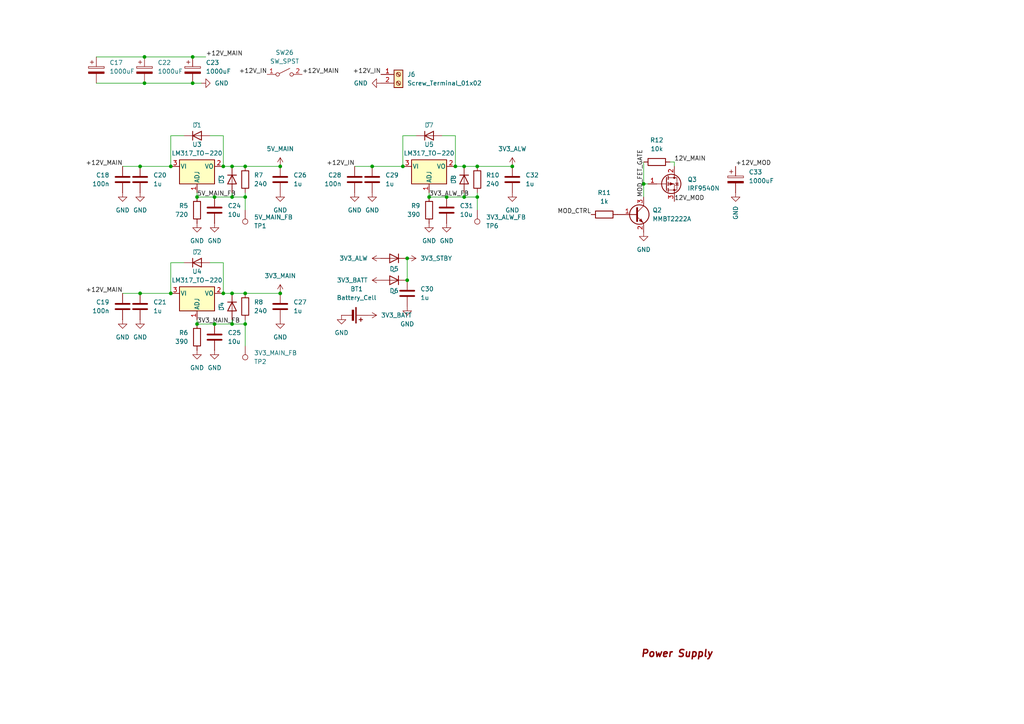
<source format=kicad_sch>
(kicad_sch
	(version 20231120)
	(generator "eeschema")
	(generator_version "8.0")
	(uuid "d6cbad46-84ee-43c4-ab2e-4234572deb94")
	(paper "A4")
	(lib_symbols
		(symbol "Connector:Screw_Terminal_01x02"
			(pin_names
				(offset 1.016) hide)
			(exclude_from_sim no)
			(in_bom yes)
			(on_board yes)
			(property "Reference" "J"
				(at 0 2.54 0)
				(effects
					(font
						(size 1.27 1.27)
					)
				)
			)
			(property "Value" "Screw_Terminal_01x02"
				(at 0 -5.08 0)
				(effects
					(font
						(size 1.27 1.27)
					)
				)
			)
			(property "Footprint" ""
				(at 0 0 0)
				(effects
					(font
						(size 1.27 1.27)
					)
					(hide yes)
				)
			)
			(property "Datasheet" "~"
				(at 0 0 0)
				(effects
					(font
						(size 1.27 1.27)
					)
					(hide yes)
				)
			)
			(property "Description" "Generic screw terminal, single row, 01x02, script generated (kicad-library-utils/schlib/autogen/connector/)"
				(at 0 0 0)
				(effects
					(font
						(size 1.27 1.27)
					)
					(hide yes)
				)
			)
			(property "ki_keywords" "screw terminal"
				(at 0 0 0)
				(effects
					(font
						(size 1.27 1.27)
					)
					(hide yes)
				)
			)
			(property "ki_fp_filters" "TerminalBlock*:*"
				(at 0 0 0)
				(effects
					(font
						(size 1.27 1.27)
					)
					(hide yes)
				)
			)
			(symbol "Screw_Terminal_01x02_1_1"
				(rectangle
					(start -1.27 1.27)
					(end 1.27 -3.81)
					(stroke
						(width 0.254)
						(type default)
					)
					(fill
						(type background)
					)
				)
				(circle
					(center 0 -2.54)
					(radius 0.635)
					(stroke
						(width 0.1524)
						(type default)
					)
					(fill
						(type none)
					)
				)
				(polyline
					(pts
						(xy -0.5334 -2.2098) (xy 0.3302 -3.048)
					)
					(stroke
						(width 0.1524)
						(type default)
					)
					(fill
						(type none)
					)
				)
				(polyline
					(pts
						(xy -0.5334 0.3302) (xy 0.3302 -0.508)
					)
					(stroke
						(width 0.1524)
						(type default)
					)
					(fill
						(type none)
					)
				)
				(polyline
					(pts
						(xy -0.3556 -2.032) (xy 0.508 -2.8702)
					)
					(stroke
						(width 0.1524)
						(type default)
					)
					(fill
						(type none)
					)
				)
				(polyline
					(pts
						(xy -0.3556 0.508) (xy 0.508 -0.3302)
					)
					(stroke
						(width 0.1524)
						(type default)
					)
					(fill
						(type none)
					)
				)
				(circle
					(center 0 0)
					(radius 0.635)
					(stroke
						(width 0.1524)
						(type default)
					)
					(fill
						(type none)
					)
				)
				(pin passive line
					(at -5.08 0 0)
					(length 3.81)
					(name "Pin_1"
						(effects
							(font
								(size 1.27 1.27)
							)
						)
					)
					(number "1"
						(effects
							(font
								(size 1.27 1.27)
							)
						)
					)
				)
				(pin passive line
					(at -5.08 -2.54 0)
					(length 3.81)
					(name "Pin_2"
						(effects
							(font
								(size 1.27 1.27)
							)
						)
					)
					(number "2"
						(effects
							(font
								(size 1.27 1.27)
							)
						)
					)
				)
			)
		)
		(symbol "Connector:TestPoint"
			(pin_numbers hide)
			(pin_names
				(offset 0.762) hide)
			(exclude_from_sim no)
			(in_bom yes)
			(on_board yes)
			(property "Reference" "TP"
				(at 0 6.858 0)
				(effects
					(font
						(size 1.27 1.27)
					)
				)
			)
			(property "Value" "TestPoint"
				(at 0 5.08 0)
				(effects
					(font
						(size 1.27 1.27)
					)
				)
			)
			(property "Footprint" ""
				(at 5.08 0 0)
				(effects
					(font
						(size 1.27 1.27)
					)
					(hide yes)
				)
			)
			(property "Datasheet" "~"
				(at 5.08 0 0)
				(effects
					(font
						(size 1.27 1.27)
					)
					(hide yes)
				)
			)
			(property "Description" "test point"
				(at 0 0 0)
				(effects
					(font
						(size 1.27 1.27)
					)
					(hide yes)
				)
			)
			(property "ki_keywords" "test point tp"
				(at 0 0 0)
				(effects
					(font
						(size 1.27 1.27)
					)
					(hide yes)
				)
			)
			(property "ki_fp_filters" "Pin* Test*"
				(at 0 0 0)
				(effects
					(font
						(size 1.27 1.27)
					)
					(hide yes)
				)
			)
			(symbol "TestPoint_0_1"
				(circle
					(center 0 3.302)
					(radius 0.762)
					(stroke
						(width 0)
						(type default)
					)
					(fill
						(type none)
					)
				)
			)
			(symbol "TestPoint_1_1"
				(pin passive line
					(at 0 0 90)
					(length 2.54)
					(name "1"
						(effects
							(font
								(size 1.27 1.27)
							)
						)
					)
					(number "1"
						(effects
							(font
								(size 1.27 1.27)
							)
						)
					)
				)
			)
		)
		(symbol "Device:Battery_Cell"
			(pin_numbers hide)
			(pin_names
				(offset 0) hide)
			(exclude_from_sim no)
			(in_bom yes)
			(on_board yes)
			(property "Reference" "BT"
				(at 2.54 2.54 0)
				(effects
					(font
						(size 1.27 1.27)
					)
					(justify left)
				)
			)
			(property "Value" "Battery_Cell"
				(at 2.54 0 0)
				(effects
					(font
						(size 1.27 1.27)
					)
					(justify left)
				)
			)
			(property "Footprint" ""
				(at 0 1.524 90)
				(effects
					(font
						(size 1.27 1.27)
					)
					(hide yes)
				)
			)
			(property "Datasheet" "~"
				(at 0 1.524 90)
				(effects
					(font
						(size 1.27 1.27)
					)
					(hide yes)
				)
			)
			(property "Description" "Single-cell battery"
				(at 0 0 0)
				(effects
					(font
						(size 1.27 1.27)
					)
					(hide yes)
				)
			)
			(property "ki_keywords" "battery cell"
				(at 0 0 0)
				(effects
					(font
						(size 1.27 1.27)
					)
					(hide yes)
				)
			)
			(symbol "Battery_Cell_0_1"
				(rectangle
					(start -2.286 1.778)
					(end 2.286 1.524)
					(stroke
						(width 0)
						(type default)
					)
					(fill
						(type outline)
					)
				)
				(rectangle
					(start -1.524 1.016)
					(end 1.524 0.508)
					(stroke
						(width 0)
						(type default)
					)
					(fill
						(type outline)
					)
				)
				(polyline
					(pts
						(xy 0 0.762) (xy 0 0)
					)
					(stroke
						(width 0)
						(type default)
					)
					(fill
						(type none)
					)
				)
				(polyline
					(pts
						(xy 0 1.778) (xy 0 2.54)
					)
					(stroke
						(width 0)
						(type default)
					)
					(fill
						(type none)
					)
				)
				(polyline
					(pts
						(xy 0.762 3.048) (xy 1.778 3.048)
					)
					(stroke
						(width 0.254)
						(type default)
					)
					(fill
						(type none)
					)
				)
				(polyline
					(pts
						(xy 1.27 3.556) (xy 1.27 2.54)
					)
					(stroke
						(width 0.254)
						(type default)
					)
					(fill
						(type none)
					)
				)
			)
			(symbol "Battery_Cell_1_1"
				(pin passive line
					(at 0 5.08 270)
					(length 2.54)
					(name "+"
						(effects
							(font
								(size 1.27 1.27)
							)
						)
					)
					(number "1"
						(effects
							(font
								(size 1.27 1.27)
							)
						)
					)
				)
				(pin passive line
					(at 0 -2.54 90)
					(length 2.54)
					(name "-"
						(effects
							(font
								(size 1.27 1.27)
							)
						)
					)
					(number "2"
						(effects
							(font
								(size 1.27 1.27)
							)
						)
					)
				)
			)
		)
		(symbol "Device:C"
			(pin_numbers hide)
			(pin_names
				(offset 0.254)
			)
			(exclude_from_sim no)
			(in_bom yes)
			(on_board yes)
			(property "Reference" "C"
				(at 0.635 2.54 0)
				(effects
					(font
						(size 1.27 1.27)
					)
					(justify left)
				)
			)
			(property "Value" "C"
				(at 0.635 -2.54 0)
				(effects
					(font
						(size 1.27 1.27)
					)
					(justify left)
				)
			)
			(property "Footprint" ""
				(at 0.9652 -3.81 0)
				(effects
					(font
						(size 1.27 1.27)
					)
					(hide yes)
				)
			)
			(property "Datasheet" "~"
				(at 0 0 0)
				(effects
					(font
						(size 1.27 1.27)
					)
					(hide yes)
				)
			)
			(property "Description" "Unpolarized capacitor"
				(at 0 0 0)
				(effects
					(font
						(size 1.27 1.27)
					)
					(hide yes)
				)
			)
			(property "ki_keywords" "cap capacitor"
				(at 0 0 0)
				(effects
					(font
						(size 1.27 1.27)
					)
					(hide yes)
				)
			)
			(property "ki_fp_filters" "C_*"
				(at 0 0 0)
				(effects
					(font
						(size 1.27 1.27)
					)
					(hide yes)
				)
			)
			(symbol "C_0_1"
				(polyline
					(pts
						(xy -2.032 -0.762) (xy 2.032 -0.762)
					)
					(stroke
						(width 0.508)
						(type default)
					)
					(fill
						(type none)
					)
				)
				(polyline
					(pts
						(xy -2.032 0.762) (xy 2.032 0.762)
					)
					(stroke
						(width 0.508)
						(type default)
					)
					(fill
						(type none)
					)
				)
			)
			(symbol "C_1_1"
				(pin passive line
					(at 0 3.81 270)
					(length 2.794)
					(name "~"
						(effects
							(font
								(size 1.27 1.27)
							)
						)
					)
					(number "1"
						(effects
							(font
								(size 1.27 1.27)
							)
						)
					)
				)
				(pin passive line
					(at 0 -3.81 90)
					(length 2.794)
					(name "~"
						(effects
							(font
								(size 1.27 1.27)
							)
						)
					)
					(number "2"
						(effects
							(font
								(size 1.27 1.27)
							)
						)
					)
				)
			)
		)
		(symbol "Device:C_Polarized"
			(pin_numbers hide)
			(pin_names
				(offset 0.254)
			)
			(exclude_from_sim no)
			(in_bom yes)
			(on_board yes)
			(property "Reference" "C"
				(at 0.635 2.54 0)
				(effects
					(font
						(size 1.27 1.27)
					)
					(justify left)
				)
			)
			(property "Value" "C_Polarized"
				(at 0.635 -2.54 0)
				(effects
					(font
						(size 1.27 1.27)
					)
					(justify left)
				)
			)
			(property "Footprint" ""
				(at 0.9652 -3.81 0)
				(effects
					(font
						(size 1.27 1.27)
					)
					(hide yes)
				)
			)
			(property "Datasheet" "~"
				(at 0 0 0)
				(effects
					(font
						(size 1.27 1.27)
					)
					(hide yes)
				)
			)
			(property "Description" "Polarized capacitor"
				(at 0 0 0)
				(effects
					(font
						(size 1.27 1.27)
					)
					(hide yes)
				)
			)
			(property "ki_keywords" "cap capacitor"
				(at 0 0 0)
				(effects
					(font
						(size 1.27 1.27)
					)
					(hide yes)
				)
			)
			(property "ki_fp_filters" "CP_*"
				(at 0 0 0)
				(effects
					(font
						(size 1.27 1.27)
					)
					(hide yes)
				)
			)
			(symbol "C_Polarized_0_1"
				(rectangle
					(start -2.286 0.508)
					(end 2.286 1.016)
					(stroke
						(width 0)
						(type default)
					)
					(fill
						(type none)
					)
				)
				(polyline
					(pts
						(xy -1.778 2.286) (xy -0.762 2.286)
					)
					(stroke
						(width 0)
						(type default)
					)
					(fill
						(type none)
					)
				)
				(polyline
					(pts
						(xy -1.27 2.794) (xy -1.27 1.778)
					)
					(stroke
						(width 0)
						(type default)
					)
					(fill
						(type none)
					)
				)
				(rectangle
					(start 2.286 -0.508)
					(end -2.286 -1.016)
					(stroke
						(width 0)
						(type default)
					)
					(fill
						(type outline)
					)
				)
			)
			(symbol "C_Polarized_1_1"
				(pin passive line
					(at 0 3.81 270)
					(length 2.794)
					(name "~"
						(effects
							(font
								(size 1.27 1.27)
							)
						)
					)
					(number "1"
						(effects
							(font
								(size 1.27 1.27)
							)
						)
					)
				)
				(pin passive line
					(at 0 -3.81 90)
					(length 2.794)
					(name "~"
						(effects
							(font
								(size 1.27 1.27)
							)
						)
					)
					(number "2"
						(effects
							(font
								(size 1.27 1.27)
							)
						)
					)
				)
			)
		)
		(symbol "Device:D"
			(pin_numbers hide)
			(pin_names
				(offset 1.016) hide)
			(exclude_from_sim no)
			(in_bom yes)
			(on_board yes)
			(property "Reference" "D"
				(at 0 2.54 0)
				(effects
					(font
						(size 1.27 1.27)
					)
				)
			)
			(property "Value" "D"
				(at 0 -2.54 0)
				(effects
					(font
						(size 1.27 1.27)
					)
				)
			)
			(property "Footprint" ""
				(at 0 0 0)
				(effects
					(font
						(size 1.27 1.27)
					)
					(hide yes)
				)
			)
			(property "Datasheet" "~"
				(at 0 0 0)
				(effects
					(font
						(size 1.27 1.27)
					)
					(hide yes)
				)
			)
			(property "Description" "Diode"
				(at 0 0 0)
				(effects
					(font
						(size 1.27 1.27)
					)
					(hide yes)
				)
			)
			(property "Sim.Device" "D"
				(at 0 0 0)
				(effects
					(font
						(size 1.27 1.27)
					)
					(hide yes)
				)
			)
			(property "Sim.Pins" "1=K 2=A"
				(at 0 0 0)
				(effects
					(font
						(size 1.27 1.27)
					)
					(hide yes)
				)
			)
			(property "ki_keywords" "diode"
				(at 0 0 0)
				(effects
					(font
						(size 1.27 1.27)
					)
					(hide yes)
				)
			)
			(property "ki_fp_filters" "TO-???* *_Diode_* *SingleDiode* D_*"
				(at 0 0 0)
				(effects
					(font
						(size 1.27 1.27)
					)
					(hide yes)
				)
			)
			(symbol "D_0_1"
				(polyline
					(pts
						(xy -1.27 1.27) (xy -1.27 -1.27)
					)
					(stroke
						(width 0.254)
						(type default)
					)
					(fill
						(type none)
					)
				)
				(polyline
					(pts
						(xy 1.27 0) (xy -1.27 0)
					)
					(stroke
						(width 0)
						(type default)
					)
					(fill
						(type none)
					)
				)
				(polyline
					(pts
						(xy 1.27 1.27) (xy 1.27 -1.27) (xy -1.27 0) (xy 1.27 1.27)
					)
					(stroke
						(width 0.254)
						(type default)
					)
					(fill
						(type none)
					)
				)
			)
			(symbol "D_1_1"
				(pin passive line
					(at -3.81 0 0)
					(length 2.54)
					(name "K"
						(effects
							(font
								(size 1.27 1.27)
							)
						)
					)
					(number "1"
						(effects
							(font
								(size 1.27 1.27)
							)
						)
					)
				)
				(pin passive line
					(at 3.81 0 180)
					(length 2.54)
					(name "A"
						(effects
							(font
								(size 1.27 1.27)
							)
						)
					)
					(number "2"
						(effects
							(font
								(size 1.27 1.27)
							)
						)
					)
				)
			)
		)
		(symbol "Device:R"
			(pin_numbers hide)
			(pin_names
				(offset 0)
			)
			(exclude_from_sim no)
			(in_bom yes)
			(on_board yes)
			(property "Reference" "R"
				(at 2.032 0 90)
				(effects
					(font
						(size 1.27 1.27)
					)
				)
			)
			(property "Value" "R"
				(at 0 0 90)
				(effects
					(font
						(size 1.27 1.27)
					)
				)
			)
			(property "Footprint" ""
				(at -1.778 0 90)
				(effects
					(font
						(size 1.27 1.27)
					)
					(hide yes)
				)
			)
			(property "Datasheet" "~"
				(at 0 0 0)
				(effects
					(font
						(size 1.27 1.27)
					)
					(hide yes)
				)
			)
			(property "Description" "Resistor"
				(at 0 0 0)
				(effects
					(font
						(size 1.27 1.27)
					)
					(hide yes)
				)
			)
			(property "ki_keywords" "R res resistor"
				(at 0 0 0)
				(effects
					(font
						(size 1.27 1.27)
					)
					(hide yes)
				)
			)
			(property "ki_fp_filters" "R_*"
				(at 0 0 0)
				(effects
					(font
						(size 1.27 1.27)
					)
					(hide yes)
				)
			)
			(symbol "R_0_1"
				(rectangle
					(start -1.016 -2.54)
					(end 1.016 2.54)
					(stroke
						(width 0.254)
						(type default)
					)
					(fill
						(type none)
					)
				)
			)
			(symbol "R_1_1"
				(pin passive line
					(at 0 3.81 270)
					(length 1.27)
					(name "~"
						(effects
							(font
								(size 1.27 1.27)
							)
						)
					)
					(number "1"
						(effects
							(font
								(size 1.27 1.27)
							)
						)
					)
				)
				(pin passive line
					(at 0 -3.81 90)
					(length 1.27)
					(name "~"
						(effects
							(font
								(size 1.27 1.27)
							)
						)
					)
					(number "2"
						(effects
							(font
								(size 1.27 1.27)
							)
						)
					)
				)
			)
		)
		(symbol "Regulator_Linear:LM317_TO-220"
			(pin_names
				(offset 0.254)
			)
			(exclude_from_sim no)
			(in_bom yes)
			(on_board yes)
			(property "Reference" "U"
				(at -3.81 3.175 0)
				(effects
					(font
						(size 1.27 1.27)
					)
				)
			)
			(property "Value" "LM317_TO-220"
				(at 0 3.175 0)
				(effects
					(font
						(size 1.27 1.27)
					)
					(justify left)
				)
			)
			(property "Footprint" "Package_TO_SOT_THT:TO-220-3_Vertical"
				(at 0 6.35 0)
				(effects
					(font
						(size 1.27 1.27)
						(italic yes)
					)
					(hide yes)
				)
			)
			(property "Datasheet" "http://www.ti.com/lit/ds/symlink/lm317.pdf"
				(at 0 0 0)
				(effects
					(font
						(size 1.27 1.27)
					)
					(hide yes)
				)
			)
			(property "Description" "1.5A 35V Adjustable Linear Regulator, TO-220"
				(at 0 0 0)
				(effects
					(font
						(size 1.27 1.27)
					)
					(hide yes)
				)
			)
			(property "ki_keywords" "Adjustable Voltage Regulator 1A Positive"
				(at 0 0 0)
				(effects
					(font
						(size 1.27 1.27)
					)
					(hide yes)
				)
			)
			(property "ki_fp_filters" "TO?220*"
				(at 0 0 0)
				(effects
					(font
						(size 1.27 1.27)
					)
					(hide yes)
				)
			)
			(symbol "LM317_TO-220_0_1"
				(rectangle
					(start -5.08 1.905)
					(end 5.08 -5.08)
					(stroke
						(width 0.254)
						(type default)
					)
					(fill
						(type background)
					)
				)
			)
			(symbol "LM317_TO-220_1_1"
				(pin input line
					(at 0 -7.62 90)
					(length 2.54)
					(name "ADJ"
						(effects
							(font
								(size 1.27 1.27)
							)
						)
					)
					(number "1"
						(effects
							(font
								(size 1.27 1.27)
							)
						)
					)
				)
				(pin power_out line
					(at 7.62 0 180)
					(length 2.54)
					(name "VO"
						(effects
							(font
								(size 1.27 1.27)
							)
						)
					)
					(number "2"
						(effects
							(font
								(size 1.27 1.27)
							)
						)
					)
				)
				(pin power_in line
					(at -7.62 0 0)
					(length 2.54)
					(name "VI"
						(effects
							(font
								(size 1.27 1.27)
							)
						)
					)
					(number "3"
						(effects
							(font
								(size 1.27 1.27)
							)
						)
					)
				)
			)
		)
		(symbol "Switch:SW_SPST"
			(pin_names
				(offset 0) hide)
			(exclude_from_sim no)
			(in_bom yes)
			(on_board yes)
			(property "Reference" "SW"
				(at 0 3.175 0)
				(effects
					(font
						(size 1.27 1.27)
					)
				)
			)
			(property "Value" "SW_SPST"
				(at 0 -2.54 0)
				(effects
					(font
						(size 1.27 1.27)
					)
				)
			)
			(property "Footprint" ""
				(at 0 0 0)
				(effects
					(font
						(size 1.27 1.27)
					)
					(hide yes)
				)
			)
			(property "Datasheet" "~"
				(at 0 0 0)
				(effects
					(font
						(size 1.27 1.27)
					)
					(hide yes)
				)
			)
			(property "Description" "Single Pole Single Throw (SPST) switch"
				(at 0 0 0)
				(effects
					(font
						(size 1.27 1.27)
					)
					(hide yes)
				)
			)
			(property "ki_keywords" "switch lever"
				(at 0 0 0)
				(effects
					(font
						(size 1.27 1.27)
					)
					(hide yes)
				)
			)
			(symbol "SW_SPST_0_0"
				(circle
					(center -2.032 0)
					(radius 0.508)
					(stroke
						(width 0)
						(type default)
					)
					(fill
						(type none)
					)
				)
				(polyline
					(pts
						(xy -1.524 0.254) (xy 1.524 1.778)
					)
					(stroke
						(width 0)
						(type default)
					)
					(fill
						(type none)
					)
				)
				(circle
					(center 2.032 0)
					(radius 0.508)
					(stroke
						(width 0)
						(type default)
					)
					(fill
						(type none)
					)
				)
			)
			(symbol "SW_SPST_1_1"
				(pin passive line
					(at -5.08 0 0)
					(length 2.54)
					(name "A"
						(effects
							(font
								(size 1.27 1.27)
							)
						)
					)
					(number "1"
						(effects
							(font
								(size 1.27 1.27)
							)
						)
					)
				)
				(pin passive line
					(at 5.08 0 180)
					(length 2.54)
					(name "B"
						(effects
							(font
								(size 1.27 1.27)
							)
						)
					)
					(number "2"
						(effects
							(font
								(size 1.27 1.27)
							)
						)
					)
				)
			)
		)
		(symbol "Transistor_BJT:MMBT2222A"
			(pin_names
				(offset 0) hide)
			(exclude_from_sim no)
			(in_bom yes)
			(on_board yes)
			(property "Reference" "Q"
				(at 5.08 1.905 0)
				(effects
					(font
						(size 1.27 1.27)
					)
					(justify left)
				)
			)
			(property "Value" "MMBT2222A"
				(at 5.08 0 0)
				(effects
					(font
						(size 1.27 1.27)
					)
					(justify left)
				)
			)
			(property "Footprint" "Package_TO_SOT_SMD:SOT-23"
				(at 5.08 -1.905 0)
				(effects
					(font
						(size 1.27 1.27)
						(italic yes)
					)
					(justify left)
					(hide yes)
				)
			)
			(property "Datasheet" "https://assets.nexperia.com/documents/data-sheet/MMBT2222A.pdf"
				(at 0 0 0)
				(effects
					(font
						(size 1.27 1.27)
					)
					(justify left)
					(hide yes)
				)
			)
			(property "Description" "600mA Ic, 40V Vce, NPN Transistor, SOT-23"
				(at 0 0 0)
				(effects
					(font
						(size 1.27 1.27)
					)
					(hide yes)
				)
			)
			(property "ki_keywords" "NPN Transistor"
				(at 0 0 0)
				(effects
					(font
						(size 1.27 1.27)
					)
					(hide yes)
				)
			)
			(property "ki_fp_filters" "SOT?23*"
				(at 0 0 0)
				(effects
					(font
						(size 1.27 1.27)
					)
					(hide yes)
				)
			)
			(symbol "MMBT2222A_0_1"
				(polyline
					(pts
						(xy 0.635 0.635) (xy 2.54 2.54)
					)
					(stroke
						(width 0)
						(type default)
					)
					(fill
						(type none)
					)
				)
				(polyline
					(pts
						(xy 0.635 -0.635) (xy 2.54 -2.54) (xy 2.54 -2.54)
					)
					(stroke
						(width 0)
						(type default)
					)
					(fill
						(type none)
					)
				)
				(polyline
					(pts
						(xy 0.635 1.905) (xy 0.635 -1.905) (xy 0.635 -1.905)
					)
					(stroke
						(width 0.508)
						(type default)
					)
					(fill
						(type none)
					)
				)
				(polyline
					(pts
						(xy 1.27 -1.778) (xy 1.778 -1.27) (xy 2.286 -2.286) (xy 1.27 -1.778) (xy 1.27 -1.778)
					)
					(stroke
						(width 0)
						(type default)
					)
					(fill
						(type outline)
					)
				)
				(circle
					(center 1.27 0)
					(radius 2.8194)
					(stroke
						(width 0.254)
						(type default)
					)
					(fill
						(type none)
					)
				)
			)
			(symbol "MMBT2222A_1_1"
				(pin input line
					(at -5.08 0 0)
					(length 5.715)
					(name "B"
						(effects
							(font
								(size 1.27 1.27)
							)
						)
					)
					(number "1"
						(effects
							(font
								(size 1.27 1.27)
							)
						)
					)
				)
				(pin passive line
					(at 2.54 -5.08 90)
					(length 2.54)
					(name "E"
						(effects
							(font
								(size 1.27 1.27)
							)
						)
					)
					(number "2"
						(effects
							(font
								(size 1.27 1.27)
							)
						)
					)
				)
				(pin passive line
					(at 2.54 5.08 270)
					(length 2.54)
					(name "C"
						(effects
							(font
								(size 1.27 1.27)
							)
						)
					)
					(number "3"
						(effects
							(font
								(size 1.27 1.27)
							)
						)
					)
				)
			)
		)
		(symbol "Transistor_FET:IRF9540N"
			(pin_names hide)
			(exclude_from_sim no)
			(in_bom yes)
			(on_board yes)
			(property "Reference" "Q"
				(at 5.08 1.905 0)
				(effects
					(font
						(size 1.27 1.27)
					)
					(justify left)
				)
			)
			(property "Value" "IRF9540N"
				(at 5.08 0 0)
				(effects
					(font
						(size 1.27 1.27)
					)
					(justify left)
				)
			)
			(property "Footprint" "Package_TO_SOT_THT:TO-220-3_Vertical"
				(at 5.08 -1.905 0)
				(effects
					(font
						(size 1.27 1.27)
						(italic yes)
					)
					(justify left)
					(hide yes)
				)
			)
			(property "Datasheet" "http://www.irf.com/product-info/datasheets/data/irf9540n.pdf"
				(at 5.08 -3.81 0)
				(effects
					(font
						(size 1.27 1.27)
					)
					(justify left)
					(hide yes)
				)
			)
			(property "Description" "-23A Id, -100V Vds, 117mOhm Rds, P-Channel HEXFET Power MOSFET, TO-220"
				(at 0 0 0)
				(effects
					(font
						(size 1.27 1.27)
					)
					(hide yes)
				)
			)
			(property "ki_keywords" "P-Channel MOSFET HEXFET"
				(at 0 0 0)
				(effects
					(font
						(size 1.27 1.27)
					)
					(hide yes)
				)
			)
			(property "ki_fp_filters" "TO?220*"
				(at 0 0 0)
				(effects
					(font
						(size 1.27 1.27)
					)
					(hide yes)
				)
			)
			(symbol "IRF9540N_0_1"
				(polyline
					(pts
						(xy 0.254 0) (xy -2.54 0)
					)
					(stroke
						(width 0)
						(type default)
					)
					(fill
						(type none)
					)
				)
				(polyline
					(pts
						(xy 0.254 1.905) (xy 0.254 -1.905)
					)
					(stroke
						(width 0.254)
						(type default)
					)
					(fill
						(type none)
					)
				)
				(polyline
					(pts
						(xy 0.762 -1.27) (xy 0.762 -2.286)
					)
					(stroke
						(width 0.254)
						(type default)
					)
					(fill
						(type none)
					)
				)
				(polyline
					(pts
						(xy 0.762 0.508) (xy 0.762 -0.508)
					)
					(stroke
						(width 0.254)
						(type default)
					)
					(fill
						(type none)
					)
				)
				(polyline
					(pts
						(xy 0.762 2.286) (xy 0.762 1.27)
					)
					(stroke
						(width 0.254)
						(type default)
					)
					(fill
						(type none)
					)
				)
				(polyline
					(pts
						(xy 2.54 2.54) (xy 2.54 1.778)
					)
					(stroke
						(width 0)
						(type default)
					)
					(fill
						(type none)
					)
				)
				(polyline
					(pts
						(xy 2.54 -2.54) (xy 2.54 0) (xy 0.762 0)
					)
					(stroke
						(width 0)
						(type default)
					)
					(fill
						(type none)
					)
				)
				(polyline
					(pts
						(xy 0.762 1.778) (xy 3.302 1.778) (xy 3.302 -1.778) (xy 0.762 -1.778)
					)
					(stroke
						(width 0)
						(type default)
					)
					(fill
						(type none)
					)
				)
				(polyline
					(pts
						(xy 2.286 0) (xy 1.27 0.381) (xy 1.27 -0.381) (xy 2.286 0)
					)
					(stroke
						(width 0)
						(type default)
					)
					(fill
						(type outline)
					)
				)
				(polyline
					(pts
						(xy 2.794 -0.508) (xy 2.921 -0.381) (xy 3.683 -0.381) (xy 3.81 -0.254)
					)
					(stroke
						(width 0)
						(type default)
					)
					(fill
						(type none)
					)
				)
				(polyline
					(pts
						(xy 3.302 -0.381) (xy 2.921 0.254) (xy 3.683 0.254) (xy 3.302 -0.381)
					)
					(stroke
						(width 0)
						(type default)
					)
					(fill
						(type none)
					)
				)
				(circle
					(center 1.651 0)
					(radius 2.794)
					(stroke
						(width 0.254)
						(type default)
					)
					(fill
						(type none)
					)
				)
				(circle
					(center 2.54 -1.778)
					(radius 0.254)
					(stroke
						(width 0)
						(type default)
					)
					(fill
						(type outline)
					)
				)
				(circle
					(center 2.54 1.778)
					(radius 0.254)
					(stroke
						(width 0)
						(type default)
					)
					(fill
						(type outline)
					)
				)
			)
			(symbol "IRF9540N_1_1"
				(pin input line
					(at -5.08 0 0)
					(length 2.54)
					(name "G"
						(effects
							(font
								(size 1.27 1.27)
							)
						)
					)
					(number "1"
						(effects
							(font
								(size 1.27 1.27)
							)
						)
					)
				)
				(pin passive line
					(at 2.54 5.08 270)
					(length 2.54)
					(name "D"
						(effects
							(font
								(size 1.27 1.27)
							)
						)
					)
					(number "2"
						(effects
							(font
								(size 1.27 1.27)
							)
						)
					)
				)
				(pin passive line
					(at 2.54 -5.08 90)
					(length 2.54)
					(name "S"
						(effects
							(font
								(size 1.27 1.27)
							)
						)
					)
					(number "3"
						(effects
							(font
								(size 1.27 1.27)
							)
						)
					)
				)
			)
		)
		(symbol "power:+3.3V"
			(power)
			(pin_numbers hide)
			(pin_names
				(offset 0) hide)
			(exclude_from_sim no)
			(in_bom yes)
			(on_board yes)
			(property "Reference" "#PWR"
				(at 0 -3.81 0)
				(effects
					(font
						(size 1.27 1.27)
					)
					(hide yes)
				)
			)
			(property "Value" "+3.3V"
				(at 0 3.556 0)
				(effects
					(font
						(size 1.27 1.27)
					)
				)
			)
			(property "Footprint" ""
				(at 0 0 0)
				(effects
					(font
						(size 1.27 1.27)
					)
					(hide yes)
				)
			)
			(property "Datasheet" ""
				(at 0 0 0)
				(effects
					(font
						(size 1.27 1.27)
					)
					(hide yes)
				)
			)
			(property "Description" "Power symbol creates a global label with name \"+3.3V\""
				(at 0 0 0)
				(effects
					(font
						(size 1.27 1.27)
					)
					(hide yes)
				)
			)
			(property "ki_keywords" "global power"
				(at 0 0 0)
				(effects
					(font
						(size 1.27 1.27)
					)
					(hide yes)
				)
			)
			(symbol "+3.3V_0_1"
				(polyline
					(pts
						(xy -0.762 1.27) (xy 0 2.54)
					)
					(stroke
						(width 0)
						(type default)
					)
					(fill
						(type none)
					)
				)
				(polyline
					(pts
						(xy 0 0) (xy 0 2.54)
					)
					(stroke
						(width 0)
						(type default)
					)
					(fill
						(type none)
					)
				)
				(polyline
					(pts
						(xy 0 2.54) (xy 0.762 1.27)
					)
					(stroke
						(width 0)
						(type default)
					)
					(fill
						(type none)
					)
				)
			)
			(symbol "+3.3V_1_1"
				(pin power_in line
					(at 0 0 90)
					(length 0)
					(name "~"
						(effects
							(font
								(size 1.27 1.27)
							)
						)
					)
					(number "1"
						(effects
							(font
								(size 1.27 1.27)
							)
						)
					)
				)
			)
		)
		(symbol "power:GND"
			(power)
			(pin_numbers hide)
			(pin_names
				(offset 0) hide)
			(exclude_from_sim no)
			(in_bom yes)
			(on_board yes)
			(property "Reference" "#PWR"
				(at 0 -6.35 0)
				(effects
					(font
						(size 1.27 1.27)
					)
					(hide yes)
				)
			)
			(property "Value" "GND"
				(at 0 -3.81 0)
				(effects
					(font
						(size 1.27 1.27)
					)
				)
			)
			(property "Footprint" ""
				(at 0 0 0)
				(effects
					(font
						(size 1.27 1.27)
					)
					(hide yes)
				)
			)
			(property "Datasheet" ""
				(at 0 0 0)
				(effects
					(font
						(size 1.27 1.27)
					)
					(hide yes)
				)
			)
			(property "Description" "Power symbol creates a global label with name \"GND\" , ground"
				(at 0 0 0)
				(effects
					(font
						(size 1.27 1.27)
					)
					(hide yes)
				)
			)
			(property "ki_keywords" "global power"
				(at 0 0 0)
				(effects
					(font
						(size 1.27 1.27)
					)
					(hide yes)
				)
			)
			(symbol "GND_0_1"
				(polyline
					(pts
						(xy 0 0) (xy 0 -1.27) (xy 1.27 -1.27) (xy 0 -2.54) (xy -1.27 -1.27) (xy 0 -1.27)
					)
					(stroke
						(width 0)
						(type default)
					)
					(fill
						(type none)
					)
				)
			)
			(symbol "GND_1_1"
				(pin power_in line
					(at 0 0 270)
					(length 0)
					(name "~"
						(effects
							(font
								(size 1.27 1.27)
							)
						)
					)
					(number "1"
						(effects
							(font
								(size 1.27 1.27)
							)
						)
					)
				)
			)
		)
	)
	(junction
		(at 40.64 48.26)
		(diameter 0)
		(color 0 0 0 0)
		(uuid "03cea74a-0382-47c6-9d71-feb28f56f9cd")
	)
	(junction
		(at 116.84 48.26)
		(diameter 0)
		(color 0 0 0 0)
		(uuid "049ea95f-e1af-4496-b23f-ede6fc434000")
	)
	(junction
		(at 67.31 48.26)
		(diameter 0)
		(color 0 0 0 0)
		(uuid "110873fe-0d7c-4e70-bd02-c762225f7cca")
	)
	(junction
		(at 49.53 48.26)
		(diameter 0)
		(color 0 0 0 0)
		(uuid "18dc4151-0026-4e81-a368-1562da8b319d")
	)
	(junction
		(at 49.53 85.09)
		(diameter 0)
		(color 0 0 0 0)
		(uuid "1e79a2cb-6bc0-4a34-a8c6-dd8229290a78")
	)
	(junction
		(at 81.28 85.09)
		(diameter 0)
		(color 0 0 0 0)
		(uuid "244f856a-2514-41db-ad6a-39d3c9786d1c")
	)
	(junction
		(at 107.95 48.26)
		(diameter 0)
		(color 0 0 0 0)
		(uuid "265571e2-abcc-4dd4-a51a-fd4549fc4c38")
	)
	(junction
		(at 71.12 57.15)
		(diameter 0)
		(color 0 0 0 0)
		(uuid "2845c8a0-5081-4a30-b7ee-ab4363c04a32")
	)
	(junction
		(at 148.59 48.26)
		(diameter 0)
		(color 0 0 0 0)
		(uuid "2f41ebc5-7df9-4592-abe5-4253fd6aad1a")
	)
	(junction
		(at 71.12 93.98)
		(diameter 0)
		(color 0 0 0 0)
		(uuid "30ae647d-7900-4e1c-ad2c-d864b6393695")
	)
	(junction
		(at 57.15 93.98)
		(diameter 0)
		(color 0 0 0 0)
		(uuid "3a37b892-7825-4607-bc3a-77af8a6beaf7")
	)
	(junction
		(at 67.31 57.15)
		(diameter 0)
		(color 0 0 0 0)
		(uuid "46bb6300-2d63-4800-b4c1-51490cb315cc")
	)
	(junction
		(at 81.28 48.26)
		(diameter 0)
		(color 0 0 0 0)
		(uuid "4f4c865c-0aff-4b35-b913-1f3eba4e0a61")
	)
	(junction
		(at 186.69 53.34)
		(diameter 0)
		(color 0 0 0 0)
		(uuid "610c4792-b692-45a5-87fb-978a195f0655")
	)
	(junction
		(at 64.77 85.09)
		(diameter 0)
		(color 0 0 0 0)
		(uuid "6658a7d4-8484-4695-ae8f-23642e18a035")
	)
	(junction
		(at 138.43 57.15)
		(diameter 0)
		(color 0 0 0 0)
		(uuid "6b8989a5-04f1-42af-b762-80c339bc4ad7")
	)
	(junction
		(at 71.12 48.26)
		(diameter 0)
		(color 0 0 0 0)
		(uuid "6c9875a6-b4ef-4077-a242-8e4f561a609f")
	)
	(junction
		(at 40.64 85.09)
		(diameter 0)
		(color 0 0 0 0)
		(uuid "7ae67962-91c3-4cf0-a987-70c1f82364b8")
	)
	(junction
		(at 55.88 16.51)
		(diameter 0)
		(color 0 0 0 0)
		(uuid "8a8c8fff-cdab-49ad-a767-2b80022555a2")
	)
	(junction
		(at 124.46 57.15)
		(diameter 0)
		(color 0 0 0 0)
		(uuid "93f75ae7-9062-49fb-911d-da1f90e31dcb")
	)
	(junction
		(at 55.88 24.13)
		(diameter 0)
		(color 0 0 0 0)
		(uuid "98101ce7-911b-440c-b3a1-db4e63394261")
	)
	(junction
		(at 132.08 48.26)
		(diameter 0)
		(color 0 0 0 0)
		(uuid "9a97f5c9-9b96-4f96-9fb0-c64251450b44")
	)
	(junction
		(at 118.11 81.28)
		(diameter 0)
		(color 0 0 0 0)
		(uuid "9be0aeaa-2709-4950-a957-984f8ea0601b")
	)
	(junction
		(at 67.31 93.98)
		(diameter 0)
		(color 0 0 0 0)
		(uuid "9cf8fca7-e6d5-4892-a553-f6f4b072c1fc")
	)
	(junction
		(at 41.91 16.51)
		(diameter 0)
		(color 0 0 0 0)
		(uuid "a864bdfa-625d-4a0b-a3c9-21ad68a60e54")
	)
	(junction
		(at 62.23 57.15)
		(diameter 0)
		(color 0 0 0 0)
		(uuid "ac657372-9aa2-40ea-b74a-3f46b1fb2e15")
	)
	(junction
		(at 138.43 48.26)
		(diameter 0)
		(color 0 0 0 0)
		(uuid "acab6329-441d-446e-b6cb-1a2707b0f427")
	)
	(junction
		(at 57.15 57.15)
		(diameter 0)
		(color 0 0 0 0)
		(uuid "b500fa4a-ccbc-45dc-ac62-2f18cb1485c2")
	)
	(junction
		(at 71.12 85.09)
		(diameter 0)
		(color 0 0 0 0)
		(uuid "c02d2faf-1edf-4aee-9d24-91d7e636f870")
	)
	(junction
		(at 62.23 93.98)
		(diameter 0)
		(color 0 0 0 0)
		(uuid "c24b79c8-c44b-43be-9ff1-feeafe9cbfa6")
	)
	(junction
		(at 134.62 57.15)
		(diameter 0)
		(color 0 0 0 0)
		(uuid "cb32416e-1ebe-494b-81ef-58169fe92058")
	)
	(junction
		(at 64.77 48.26)
		(diameter 0)
		(color 0 0 0 0)
		(uuid "cf90da59-c8be-4d8b-8674-26301d2ed75f")
	)
	(junction
		(at 118.11 74.93)
		(diameter 0)
		(color 0 0 0 0)
		(uuid "d0ba4d0b-9f5c-4cbf-9189-7ba592c4a56e")
	)
	(junction
		(at 129.54 57.15)
		(diameter 0)
		(color 0 0 0 0)
		(uuid "d74acd27-481b-4c9d-8a6a-54d46143eeaf")
	)
	(junction
		(at 41.91 24.13)
		(diameter 0)
		(color 0 0 0 0)
		(uuid "dc6e5801-719b-4ec2-8718-ff0f51207764")
	)
	(junction
		(at 67.31 85.09)
		(diameter 0)
		(color 0 0 0 0)
		(uuid "dfe87881-fb1c-43b4-9280-84626f876f66")
	)
	(junction
		(at 134.62 48.26)
		(diameter 0)
		(color 0 0 0 0)
		(uuid "e5c6d1f7-dd60-40a6-a6fa-abdbbfa9bcf0")
	)
	(wire
		(pts
			(xy 71.12 60.96) (xy 71.12 57.15)
		)
		(stroke
			(width 0)
			(type default)
		)
		(uuid "025db116-0ad7-43f2-aa2a-1d1161824f5d")
	)
	(wire
		(pts
			(xy 71.12 92.71) (xy 71.12 93.98)
		)
		(stroke
			(width 0)
			(type default)
		)
		(uuid "0f9deb5c-8676-4a4d-b03f-c80bff82f4b8")
	)
	(wire
		(pts
			(xy 138.43 60.96) (xy 138.43 57.15)
		)
		(stroke
			(width 0)
			(type default)
		)
		(uuid "1119ae8c-6e6d-4a3a-ae3d-8d46c41c8ef8")
	)
	(wire
		(pts
			(xy 102.87 48.26) (xy 107.95 48.26)
		)
		(stroke
			(width 0)
			(type default)
		)
		(uuid "136b9be3-5dee-4a0b-89c1-3d225d88d06a")
	)
	(wire
		(pts
			(xy 67.31 55.88) (xy 67.31 57.15)
		)
		(stroke
			(width 0)
			(type default)
		)
		(uuid "1a33eb4d-0fab-42b4-8c31-9c5733a535c6")
	)
	(wire
		(pts
			(xy 186.69 46.99) (xy 186.69 53.34)
		)
		(stroke
			(width 0)
			(type default)
		)
		(uuid "254a119d-1daf-43e4-b2ad-b0d336d02968")
	)
	(wire
		(pts
			(xy 120.65 39.37) (xy 116.84 39.37)
		)
		(stroke
			(width 0)
			(type default)
		)
		(uuid "31491d64-ce69-4fe2-9477-c532528ab802")
	)
	(wire
		(pts
			(xy 59.69 16.51) (xy 55.88 16.51)
		)
		(stroke
			(width 0)
			(type default)
		)
		(uuid "325cb4c3-d4d1-440c-880e-f5389e2a866c")
	)
	(wire
		(pts
			(xy 124.46 57.15) (xy 129.54 57.15)
		)
		(stroke
			(width 0)
			(type default)
		)
		(uuid "37dbff1f-cf97-4645-9b76-452173f25acf")
	)
	(wire
		(pts
			(xy 41.91 16.51) (xy 27.94 16.51)
		)
		(stroke
			(width 0)
			(type default)
		)
		(uuid "3b758b73-2934-4e94-bf16-edb7dbd7f588")
	)
	(wire
		(pts
			(xy 64.77 39.37) (xy 64.77 48.26)
		)
		(stroke
			(width 0)
			(type default)
		)
		(uuid "3e7301b0-f734-4d52-8c58-959d500f62cd")
	)
	(wire
		(pts
			(xy 53.34 76.2) (xy 49.53 76.2)
		)
		(stroke
			(width 0)
			(type default)
		)
		(uuid "40a1c012-5bd5-4544-bc12-67f902d3e83b")
	)
	(wire
		(pts
			(xy 49.53 39.37) (xy 49.53 48.26)
		)
		(stroke
			(width 0)
			(type default)
		)
		(uuid "4e7d656e-d26d-4def-8f80-1864c4dd2ca5")
	)
	(wire
		(pts
			(xy 107.95 48.26) (xy 116.84 48.26)
		)
		(stroke
			(width 0)
			(type default)
		)
		(uuid "4e85dfd0-dfb7-4aba-b85e-b74acddedcd1")
	)
	(wire
		(pts
			(xy 67.31 48.26) (xy 71.12 48.26)
		)
		(stroke
			(width 0)
			(type default)
		)
		(uuid "5b259425-5eaf-411b-b342-dd0da44ab29b")
	)
	(wire
		(pts
			(xy 132.08 48.26) (xy 134.62 48.26)
		)
		(stroke
			(width 0)
			(type default)
		)
		(uuid "60a1a8eb-ec8b-4d82-b663-31f8831ea206")
	)
	(wire
		(pts
			(xy 55.88 16.51) (xy 41.91 16.51)
		)
		(stroke
			(width 0)
			(type default)
		)
		(uuid "6315f826-9054-4570-88a2-fa9ce191a549")
	)
	(wire
		(pts
			(xy 67.31 57.15) (xy 62.23 57.15)
		)
		(stroke
			(width 0)
			(type default)
		)
		(uuid "65ad2f8f-527d-4719-9665-8803780d8dbf")
	)
	(wire
		(pts
			(xy 187.96 53.34) (xy 186.69 53.34)
		)
		(stroke
			(width 0)
			(type default)
		)
		(uuid "6908937d-dbf2-42f1-baf1-5f4ac0d3f770")
	)
	(wire
		(pts
			(xy 134.62 55.88) (xy 134.62 57.15)
		)
		(stroke
			(width 0)
			(type default)
		)
		(uuid "6cfd39e5-e4ff-42a1-a261-b3b1a89c7713")
	)
	(wire
		(pts
			(xy 195.58 46.99) (xy 195.58 48.26)
		)
		(stroke
			(width 0)
			(type default)
		)
		(uuid "75a51214-d621-4b4d-828b-0e5526a78b85")
	)
	(wire
		(pts
			(xy 35.56 85.09) (xy 40.64 85.09)
		)
		(stroke
			(width 0)
			(type default)
		)
		(uuid "7639d9fd-dbfd-4d01-9b42-aee2aa9f6712")
	)
	(wire
		(pts
			(xy 53.34 39.37) (xy 49.53 39.37)
		)
		(stroke
			(width 0)
			(type default)
		)
		(uuid "7a0e559c-edec-4f64-86dd-6d650b2859f6")
	)
	(wire
		(pts
			(xy 132.08 39.37) (xy 132.08 48.26)
		)
		(stroke
			(width 0)
			(type default)
		)
		(uuid "8384f289-71d4-47cb-b574-80bb56dad438")
	)
	(wire
		(pts
			(xy 27.94 24.13) (xy 41.91 24.13)
		)
		(stroke
			(width 0)
			(type default)
		)
		(uuid "83a345f8-7752-4bc6-9e05-ea31833e8660")
	)
	(wire
		(pts
			(xy 41.91 24.13) (xy 55.88 24.13)
		)
		(stroke
			(width 0)
			(type default)
		)
		(uuid "842d8e68-4492-438c-b79a-7bc47ce55415")
	)
	(wire
		(pts
			(xy 67.31 93.98) (xy 62.23 93.98)
		)
		(stroke
			(width 0)
			(type default)
		)
		(uuid "8558fc11-dcf1-4d41-aa00-dbf078343477")
	)
	(wire
		(pts
			(xy 118.11 74.93) (xy 118.11 81.28)
		)
		(stroke
			(width 0)
			(type default)
		)
		(uuid "877d75b6-6863-45ed-8a56-10d12689a9ee")
	)
	(wire
		(pts
			(xy 57.15 92.71) (xy 57.15 93.98)
		)
		(stroke
			(width 0)
			(type default)
		)
		(uuid "93b55214-09b6-43fe-b61c-2926933c5eee")
	)
	(wire
		(pts
			(xy 116.84 39.37) (xy 116.84 48.26)
		)
		(stroke
			(width 0)
			(type default)
		)
		(uuid "9538237b-fc48-4c65-9363-b1dfad078f05")
	)
	(wire
		(pts
			(xy 138.43 48.26) (xy 148.59 48.26)
		)
		(stroke
			(width 0)
			(type default)
		)
		(uuid "99955088-58a8-4919-adec-e047cb681da6")
	)
	(wire
		(pts
			(xy 134.62 57.15) (xy 138.43 57.15)
		)
		(stroke
			(width 0)
			(type default)
		)
		(uuid "9dc14312-b4bc-46b4-a01f-1afe4b8d1f84")
	)
	(wire
		(pts
			(xy 40.64 48.26) (xy 49.53 48.26)
		)
		(stroke
			(width 0)
			(type default)
		)
		(uuid "a015ccfb-5b1c-4f5c-9872-38c42c45f9fd")
	)
	(wire
		(pts
			(xy 134.62 48.26) (xy 138.43 48.26)
		)
		(stroke
			(width 0)
			(type default)
		)
		(uuid "a9163cd4-67f9-4421-99f0-c70878e766a7")
	)
	(wire
		(pts
			(xy 57.15 93.98) (xy 62.23 93.98)
		)
		(stroke
			(width 0)
			(type default)
		)
		(uuid "ab68c5b1-f09b-476f-9831-be08fbef3dde")
	)
	(wire
		(pts
			(xy 138.43 55.88) (xy 138.43 57.15)
		)
		(stroke
			(width 0)
			(type default)
		)
		(uuid "ac6cb22d-fe36-4110-9dfb-59b834a6f0ff")
	)
	(wire
		(pts
			(xy 67.31 92.71) (xy 67.31 93.98)
		)
		(stroke
			(width 0)
			(type default)
		)
		(uuid "b484cacd-ffe2-4a13-acbd-0f6a814dca91")
	)
	(wire
		(pts
			(xy 67.31 85.09) (xy 71.12 85.09)
		)
		(stroke
			(width 0)
			(type default)
		)
		(uuid "b7ef1fe8-7153-4169-8c49-6422d43dcb9e")
	)
	(wire
		(pts
			(xy 134.62 57.15) (xy 129.54 57.15)
		)
		(stroke
			(width 0)
			(type default)
		)
		(uuid "c0e92287-08b7-48a2-a93b-f8a48cd84d07")
	)
	(wire
		(pts
			(xy 124.46 55.88) (xy 124.46 57.15)
		)
		(stroke
			(width 0)
			(type default)
		)
		(uuid "c178e7f1-169c-4fa8-859c-c67d8e4e567c")
	)
	(wire
		(pts
			(xy 128.27 39.37) (xy 132.08 39.37)
		)
		(stroke
			(width 0)
			(type default)
		)
		(uuid "c3682fd6-23c0-4ab1-9d86-9606019efe64")
	)
	(wire
		(pts
			(xy 71.12 85.09) (xy 81.28 85.09)
		)
		(stroke
			(width 0)
			(type default)
		)
		(uuid "c7b3cb85-b073-4047-9429-b694d1c2d44f")
	)
	(wire
		(pts
			(xy 71.12 55.88) (xy 71.12 57.15)
		)
		(stroke
			(width 0)
			(type default)
		)
		(uuid "d01de7a8-7327-4db9-ad27-0c1f836bc02a")
	)
	(wire
		(pts
			(xy 60.96 76.2) (xy 64.77 76.2)
		)
		(stroke
			(width 0)
			(type default)
		)
		(uuid "d21a2a01-9075-49bd-968a-2d0b27106349")
	)
	(wire
		(pts
			(xy 71.12 100.33) (xy 71.12 93.98)
		)
		(stroke
			(width 0)
			(type default)
		)
		(uuid "d6ac753a-500f-48c8-a69d-fe8e07ab6b0b")
	)
	(wire
		(pts
			(xy 64.77 76.2) (xy 64.77 85.09)
		)
		(stroke
			(width 0)
			(type default)
		)
		(uuid "d70ad687-d553-4ef8-8edf-6015fb4d3f66")
	)
	(wire
		(pts
			(xy 57.15 57.15) (xy 62.23 57.15)
		)
		(stroke
			(width 0)
			(type default)
		)
		(uuid "da09ff56-4ee9-4216-85ef-bd07cf48908c")
	)
	(wire
		(pts
			(xy 67.31 57.15) (xy 71.12 57.15)
		)
		(stroke
			(width 0)
			(type default)
		)
		(uuid "dab31c21-de31-4752-a935-44a01fc5cebf")
	)
	(wire
		(pts
			(xy 71.12 48.26) (xy 81.28 48.26)
		)
		(stroke
			(width 0)
			(type default)
		)
		(uuid "dbaa32fc-072e-42dd-be2c-2c1252f0a4a3")
	)
	(wire
		(pts
			(xy 67.31 93.98) (xy 71.12 93.98)
		)
		(stroke
			(width 0)
			(type default)
		)
		(uuid "ddf24163-61ee-4677-9bd7-a5a8e68674dd")
	)
	(wire
		(pts
			(xy 55.88 24.13) (xy 58.42 24.13)
		)
		(stroke
			(width 0)
			(type default)
		)
		(uuid "e75eb2c4-513f-47d0-86f9-3ba767d99f6e")
	)
	(wire
		(pts
			(xy 64.77 48.26) (xy 67.31 48.26)
		)
		(stroke
			(width 0)
			(type default)
		)
		(uuid "ec80e208-21ef-46da-97bd-56da6c774274")
	)
	(wire
		(pts
			(xy 35.56 48.26) (xy 40.64 48.26)
		)
		(stroke
			(width 0)
			(type default)
		)
		(uuid "ec8be904-5260-4e69-9950-b55d87abd778")
	)
	(wire
		(pts
			(xy 49.53 76.2) (xy 49.53 85.09)
		)
		(stroke
			(width 0)
			(type default)
		)
		(uuid "f30cebdb-7db5-4b48-90f2-105896449dae")
	)
	(wire
		(pts
			(xy 64.77 85.09) (xy 67.31 85.09)
		)
		(stroke
			(width 0)
			(type default)
		)
		(uuid "f35ba03c-feb1-4faa-9fb6-a6ee48d73c09")
	)
	(wire
		(pts
			(xy 194.31 46.99) (xy 195.58 46.99)
		)
		(stroke
			(width 0)
			(type default)
		)
		(uuid "f4b59cfd-fe48-497b-9765-33bf1975df8f")
	)
	(wire
		(pts
			(xy 60.96 39.37) (xy 64.77 39.37)
		)
		(stroke
			(width 0)
			(type default)
		)
		(uuid "f57352d0-9da1-441e-a361-7976309e1b81")
	)
	(wire
		(pts
			(xy 40.64 85.09) (xy 49.53 85.09)
		)
		(stroke
			(width 0)
			(type default)
		)
		(uuid "fb0831b2-497c-496d-973b-9d9c4e841c4f")
	)
	(wire
		(pts
			(xy 57.15 55.88) (xy 57.15 57.15)
		)
		(stroke
			(width 0)
			(type default)
		)
		(uuid "fe4fe459-3790-497c-b28f-280b7f94da3d")
	)
	(wire
		(pts
			(xy 186.69 53.34) (xy 186.69 57.15)
		)
		(stroke
			(width 0)
			(type default)
		)
		(uuid "fe88eb8c-0a2b-4784-a3ea-5218bc008b6c")
	)
	(text "Power Supply"
		(exclude_from_sim no)
		(at 196.342 189.738 0)
		(effects
			(font
				(size 2.032 2.032)
				(thickness 0.4064)
				(bold yes)
				(italic yes)
				(color 132 0 0 1)
			)
		)
		(uuid "be2dfef3-3441-4aff-a18f-bd7334b1b937")
	)
	(label "3V3_ALW_FB"
		(at 124.46 57.15 0)
		(fields_autoplaced yes)
		(effects
			(font
				(size 1.27 1.27)
			)
			(justify left bottom)
		)
		(uuid "1897512f-8c08-4eec-92a0-acc9d81336ef")
	)
	(label "+12V_IN"
		(at 110.49 21.59 180)
		(fields_autoplaced yes)
		(effects
			(font
				(size 1.27 1.27)
			)
			(justify right bottom)
		)
		(uuid "1c6bb24e-8bb7-416f-92dc-922d9fd072cc")
	)
	(label "+12V_MAIN"
		(at 35.56 48.26 180)
		(fields_autoplaced yes)
		(effects
			(font
				(size 1.27 1.27)
			)
			(justify right bottom)
		)
		(uuid "280213fb-28dd-4d27-9d00-1012e806fba8")
	)
	(label "+12V_MAIN"
		(at 35.56 85.09 180)
		(fields_autoplaced yes)
		(effects
			(font
				(size 1.27 1.27)
			)
			(justify right bottom)
		)
		(uuid "357b0457-a9e3-40a6-bfd9-2612068e302f")
	)
	(label "MOD_CTRL"
		(at 171.45 62.23 180)
		(fields_autoplaced yes)
		(effects
			(font
				(size 1.27 1.27)
			)
			(justify right bottom)
		)
		(uuid "661bf2fb-16a3-4008-8f04-a7691686040f")
	)
	(label "+12V_IN"
		(at 102.87 48.26 180)
		(fields_autoplaced yes)
		(effects
			(font
				(size 1.27 1.27)
			)
			(justify right bottom)
		)
		(uuid "6b64f72b-4bbb-4669-bef1-40baf5015e95")
	)
	(label "3V3_MAIN_FB"
		(at 57.15 93.98 0)
		(fields_autoplaced yes)
		(effects
			(font
				(size 1.27 1.27)
			)
			(justify left bottom)
		)
		(uuid "6b8c8d02-8941-4291-986c-28ef9cf06bb1")
	)
	(label "+12V_MAIN"
		(at 87.63 21.59 0)
		(fields_autoplaced yes)
		(effects
			(font
				(size 1.27 1.27)
			)
			(justify left bottom)
		)
		(uuid "75902243-6233-466b-9973-9ac9755393b5")
	)
	(label "5V_MAIN_FB"
		(at 57.15 57.15 0)
		(fields_autoplaced yes)
		(effects
			(font
				(size 1.27 1.27)
			)
			(justify left bottom)
		)
		(uuid "7a631c6d-9ec4-4070-b862-4ee38e60e221")
	)
	(label "MOD_FET_GATE"
		(at 186.69 57.15 90)
		(fields_autoplaced yes)
		(effects
			(font
				(size 1.27 1.27)
			)
			(justify left bottom)
		)
		(uuid "84dec9d4-acd8-4255-8e7b-7b7737217dcb")
	)
	(label "12V_MAIN"
		(at 195.58 46.99 0)
		(fields_autoplaced yes)
		(effects
			(font
				(size 1.27 1.27)
			)
			(justify left bottom)
		)
		(uuid "85db7d76-8fba-431e-a790-082a96feeb06")
	)
	(label "+12V_MAIN"
		(at 59.69 16.51 0)
		(fields_autoplaced yes)
		(effects
			(font
				(size 1.27 1.27)
			)
			(justify left bottom)
		)
		(uuid "a68d7e30-f701-4a28-8577-e288a9104f9a")
	)
	(label "+12V_MOD"
		(at 213.36 48.26 0)
		(fields_autoplaced yes)
		(effects
			(font
				(size 1.27 1.27)
			)
			(justify left bottom)
		)
		(uuid "b912481c-a7d6-4446-81eb-2fdd70e7adc2")
	)
	(label "12V_MOD"
		(at 195.58 58.42 0)
		(fields_autoplaced yes)
		(effects
			(font
				(size 1.27 1.27)
			)
			(justify left bottom)
		)
		(uuid "c93220b5-7342-40a9-a662-ff4dfb821a70")
	)
	(label "+12V_IN"
		(at 77.47 21.59 180)
		(fields_autoplaced yes)
		(effects
			(font
				(size 1.27 1.27)
			)
			(justify right bottom)
		)
		(uuid "e18c6d86-72ef-4372-821c-1f8d5e42ef05")
	)
	(symbol
		(lib_id "Device:D")
		(at 57.15 39.37 0)
		(unit 1)
		(exclude_from_sim no)
		(in_bom yes)
		(on_board yes)
		(dnp no)
		(uuid "0167457f-f07d-4c62-a676-7ce5248bfa28")
		(property "Reference" "D1"
			(at 57.15 36.322 0)
			(effects
				(font
					(size 1.27 1.27)
				)
			)
		)
		(property "Value" "~"
			(at 57.15 35.56 0)
			(effects
				(font
					(size 1.27 1.27)
				)
			)
		)
		(property "Footprint" "Diode_SMD:D_SOD-123"
			(at 57.15 39.37 0)
			(effects
				(font
					(size 1.27 1.27)
				)
				(hide yes)
			)
		)
		(property "Datasheet" "~"
			(at 57.15 39.37 0)
			(effects
				(font
					(size 1.27 1.27)
				)
				(hide yes)
			)
		)
		(property "Description" "Diode"
			(at 57.15 39.37 0)
			(effects
				(font
					(size 1.27 1.27)
				)
				(hide yes)
			)
		)
		(property "Sim.Device" "D"
			(at 57.15 39.37 0)
			(effects
				(font
					(size 1.27 1.27)
				)
				(hide yes)
			)
		)
		(property "Sim.Pins" "1=K 2=A"
			(at 57.15 39.37 0)
			(effects
				(font
					(size 1.27 1.27)
				)
				(hide yes)
			)
		)
		(pin "2"
			(uuid "bd89abdb-fed5-4a0a-8de4-54708a4e1845")
		)
		(pin "1"
			(uuid "8f32d3fb-7470-40cd-b3ba-03793d1af138")
		)
		(instances
			(project "ModuMixer X16"
				(path "/1d80c8ed-e175-4f30-b143-8bf97252529d/2da1cd39-487a-4f5f-b6a5-609ecdee336e"
					(reference "D1")
					(unit 1)
				)
			)
		)
	)
	(symbol
		(lib_id "power:GND")
		(at 62.23 64.77 0)
		(unit 1)
		(exclude_from_sim no)
		(in_bom yes)
		(on_board yes)
		(dnp no)
		(fields_autoplaced yes)
		(uuid "02ac3a03-8b4e-4439-84ff-cce91fa2541f")
		(property "Reference" "#PWR078"
			(at 62.23 71.12 0)
			(effects
				(font
					(size 1.27 1.27)
				)
				(hide yes)
			)
		)
		(property "Value" "GND"
			(at 62.23 69.85 0)
			(effects
				(font
					(size 1.27 1.27)
				)
			)
		)
		(property "Footprint" ""
			(at 62.23 64.77 0)
			(effects
				(font
					(size 1.27 1.27)
				)
				(hide yes)
			)
		)
		(property "Datasheet" ""
			(at 62.23 64.77 0)
			(effects
				(font
					(size 1.27 1.27)
				)
				(hide yes)
			)
		)
		(property "Description" "Power symbol creates a global label with name \"GND\" , ground"
			(at 62.23 64.77 0)
			(effects
				(font
					(size 1.27 1.27)
				)
				(hide yes)
			)
		)
		(pin "1"
			(uuid "da456a58-6649-4c83-b07f-4b1f3f449167")
		)
		(instances
			(project "ModuMixer X16"
				(path "/1d80c8ed-e175-4f30-b143-8bf97252529d/2da1cd39-487a-4f5f-b6a5-609ecdee336e"
					(reference "#PWR078")
					(unit 1)
				)
			)
		)
	)
	(symbol
		(lib_id "Device:C")
		(at 118.11 85.09 0)
		(unit 1)
		(exclude_from_sim no)
		(in_bom yes)
		(on_board yes)
		(dnp no)
		(fields_autoplaced yes)
		(uuid "08bb9785-f923-42a5-b2a9-36e1fbe29e84")
		(property "Reference" "C30"
			(at 121.92 83.8199 0)
			(effects
				(font
					(size 1.27 1.27)
				)
				(justify left)
			)
		)
		(property "Value" "1u"
			(at 121.92 86.3599 0)
			(effects
				(font
					(size 1.27 1.27)
				)
				(justify left)
			)
		)
		(property "Footprint" "Capacitor_SMD:C_0603_1608Metric"
			(at 119.0752 88.9 0)
			(effects
				(font
					(size 1.27 1.27)
				)
				(hide yes)
			)
		)
		(property "Datasheet" "~"
			(at 118.11 85.09 0)
			(effects
				(font
					(size 1.27 1.27)
				)
				(hide yes)
			)
		)
		(property "Description" "Unpolarized capacitor"
			(at 118.11 85.09 0)
			(effects
				(font
					(size 1.27 1.27)
				)
				(hide yes)
			)
		)
		(pin "2"
			(uuid "c81cdc44-9a2b-4fe0-be67-3251b2310383")
		)
		(pin "1"
			(uuid "6d973268-5fd5-4e85-af26-61ff4b28761b")
		)
		(instances
			(project "ModuMixer X16"
				(path "/1d80c8ed-e175-4f30-b143-8bf97252529d/2da1cd39-487a-4f5f-b6a5-609ecdee336e"
					(reference "C30")
					(unit 1)
				)
			)
		)
	)
	(symbol
		(lib_id "Regulator_Linear:LM317_TO-220")
		(at 57.15 48.26 0)
		(unit 1)
		(exclude_from_sim no)
		(in_bom yes)
		(on_board yes)
		(dnp no)
		(fields_autoplaced yes)
		(uuid "0de49b90-3e2c-4a54-8ca8-7c855a3cb8fc")
		(property "Reference" "U3"
			(at 57.15 41.91 0)
			(effects
				(font
					(size 1.27 1.27)
				)
			)
		)
		(property "Value" "LM317_TO-220"
			(at 57.15 44.45 0)
			(effects
				(font
					(size 1.27 1.27)
				)
			)
		)
		(property "Footprint" "Package_TO_SOT_THT:TO-220-3_Vertical"
			(at 57.15 41.91 0)
			(effects
				(font
					(size 1.27 1.27)
					(italic yes)
				)
				(hide yes)
			)
		)
		(property "Datasheet" "http://www.ti.com/lit/ds/symlink/lm317.pdf"
			(at 57.15 48.26 0)
			(effects
				(font
					(size 1.27 1.27)
				)
				(hide yes)
			)
		)
		(property "Description" "1.5A 35V Adjustable Linear Regulator, TO-220"
			(at 57.15 48.26 0)
			(effects
				(font
					(size 1.27 1.27)
				)
				(hide yes)
			)
		)
		(pin "3"
			(uuid "336f3d93-0e65-4cf2-a52a-5e08b83770b8")
		)
		(pin "1"
			(uuid "b625c55b-f981-4cf1-bd74-4cabe5d4a051")
		)
		(pin "2"
			(uuid "90b7a80d-1782-4e8a-a35e-710e4c7b00ef")
		)
		(instances
			(project "ModuMixer X16"
				(path "/1d80c8ed-e175-4f30-b143-8bf97252529d/2da1cd39-487a-4f5f-b6a5-609ecdee336e"
					(reference "U3")
					(unit 1)
				)
			)
		)
	)
	(symbol
		(lib_id "Connector:TestPoint")
		(at 71.12 60.96 0)
		(mirror x)
		(unit 1)
		(exclude_from_sim no)
		(in_bom yes)
		(on_board yes)
		(dnp no)
		(uuid "15096067-04b6-4643-b296-c2d242c1a93f")
		(property "Reference" "TP1"
			(at 73.66 65.5321 0)
			(effects
				(font
					(size 1.27 1.27)
				)
				(justify left)
			)
		)
		(property "Value" "5V_MAIN_FB"
			(at 73.66 62.9921 0)
			(effects
				(font
					(size 1.27 1.27)
				)
				(justify left)
			)
		)
		(property "Footprint" "TestPoint:TestPoint_Pad_D3.0mm"
			(at 76.2 60.96 0)
			(effects
				(font
					(size 1.27 1.27)
				)
				(hide yes)
			)
		)
		(property "Datasheet" "~"
			(at 76.2 60.96 0)
			(effects
				(font
					(size 1.27 1.27)
				)
				(hide yes)
			)
		)
		(property "Description" "test point"
			(at 71.12 60.96 0)
			(effects
				(font
					(size 1.27 1.27)
				)
				(hide yes)
			)
		)
		(pin "1"
			(uuid "09fd2845-bc74-472a-8179-e8ca905402a5")
		)
		(instances
			(project "ModuMixer X16"
				(path "/1d80c8ed-e175-4f30-b143-8bf97252529d/2da1cd39-487a-4f5f-b6a5-609ecdee336e"
					(reference "TP1")
					(unit 1)
				)
			)
		)
	)
	(symbol
		(lib_id "Device:C")
		(at 81.28 52.07 0)
		(unit 1)
		(exclude_from_sim no)
		(in_bom yes)
		(on_board yes)
		(dnp no)
		(fields_autoplaced yes)
		(uuid "15aa5c78-cf26-46d7-b16b-e6f72ec313b2")
		(property "Reference" "C26"
			(at 85.09 50.7999 0)
			(effects
				(font
					(size 1.27 1.27)
				)
				(justify left)
			)
		)
		(property "Value" "1u"
			(at 85.09 53.3399 0)
			(effects
				(font
					(size 1.27 1.27)
				)
				(justify left)
			)
		)
		(property "Footprint" "Capacitor_SMD:C_0603_1608Metric"
			(at 82.2452 55.88 0)
			(effects
				(font
					(size 1.27 1.27)
				)
				(hide yes)
			)
		)
		(property "Datasheet" "~"
			(at 81.28 52.07 0)
			(effects
				(font
					(size 1.27 1.27)
				)
				(hide yes)
			)
		)
		(property "Description" "Unpolarized capacitor"
			(at 81.28 52.07 0)
			(effects
				(font
					(size 1.27 1.27)
				)
				(hide yes)
			)
		)
		(pin "2"
			(uuid "87c72330-8781-40d7-b2e2-67c6be9a996c")
		)
		(pin "1"
			(uuid "17ac8d32-de6d-43e5-9692-d007ffdfa242")
		)
		(instances
			(project "ModuMixer X16"
				(path "/1d80c8ed-e175-4f30-b143-8bf97252529d/2da1cd39-487a-4f5f-b6a5-609ecdee336e"
					(reference "C26")
					(unit 1)
				)
			)
		)
	)
	(symbol
		(lib_id "power:GND")
		(at 124.46 64.77 0)
		(unit 1)
		(exclude_from_sim no)
		(in_bom yes)
		(on_board yes)
		(dnp no)
		(fields_autoplaced yes)
		(uuid "1670c0b0-ebaa-4a05-9eec-aa4fd2d0d311")
		(property "Reference" "#PWR087"
			(at 124.46 71.12 0)
			(effects
				(font
					(size 1.27 1.27)
				)
				(hide yes)
			)
		)
		(property "Value" "GND"
			(at 124.46 69.85 0)
			(effects
				(font
					(size 1.27 1.27)
				)
			)
		)
		(property "Footprint" ""
			(at 124.46 64.77 0)
			(effects
				(font
					(size 1.27 1.27)
				)
				(hide yes)
			)
		)
		(property "Datasheet" ""
			(at 124.46 64.77 0)
			(effects
				(font
					(size 1.27 1.27)
				)
				(hide yes)
			)
		)
		(property "Description" "Power symbol creates a global label with name \"GND\" , ground"
			(at 124.46 64.77 0)
			(effects
				(font
					(size 1.27 1.27)
				)
				(hide yes)
			)
		)
		(pin "1"
			(uuid "8d0297cc-bc20-4e0e-bdab-d312a8ae835c")
		)
		(instances
			(project "ModuMixer X16"
				(path "/1d80c8ed-e175-4f30-b143-8bf97252529d/2da1cd39-487a-4f5f-b6a5-609ecdee336e"
					(reference "#PWR087")
					(unit 1)
				)
			)
		)
	)
	(symbol
		(lib_id "power:GND")
		(at 213.36 55.88 0)
		(mirror y)
		(unit 1)
		(exclude_from_sim no)
		(in_bom yes)
		(on_board yes)
		(dnp no)
		(uuid "1cc2e9be-2e34-42fa-8451-8b20cbbe0de9")
		(property "Reference" "#PWR091"
			(at 213.36 62.23 0)
			(effects
				(font
					(size 1.27 1.27)
				)
				(hide yes)
			)
		)
		(property "Value" "GND"
			(at 213.3599 59.69 90)
			(effects
				(font
					(size 1.27 1.27)
				)
				(justify right)
			)
		)
		(property "Footprint" ""
			(at 213.36 55.88 0)
			(effects
				(font
					(size 1.27 1.27)
				)
				(hide yes)
			)
		)
		(property "Datasheet" ""
			(at 213.36 55.88 0)
			(effects
				(font
					(size 1.27 1.27)
				)
				(hide yes)
			)
		)
		(property "Description" "Power symbol creates a global label with name \"GND\" , ground"
			(at 213.36 55.88 0)
			(effects
				(font
					(size 1.27 1.27)
				)
				(hide yes)
			)
		)
		(pin "1"
			(uuid "b45ed14a-5164-4b96-88b0-0532f1a8a08b")
		)
		(instances
			(project "ModuMixer X16"
				(path "/1d80c8ed-e175-4f30-b143-8bf97252529d/2da1cd39-487a-4f5f-b6a5-609ecdee336e"
					(reference "#PWR091")
					(unit 1)
				)
			)
		)
	)
	(symbol
		(lib_id "Device:C_Polarized")
		(at 213.36 52.07 0)
		(unit 1)
		(exclude_from_sim no)
		(in_bom yes)
		(on_board yes)
		(dnp no)
		(fields_autoplaced yes)
		(uuid "2204ecc0-e4d1-42bb-b4e0-fbcf2be54b76")
		(property "Reference" "C33"
			(at 217.17 49.9109 0)
			(effects
				(font
					(size 1.27 1.27)
				)
				(justify left)
			)
		)
		(property "Value" "1000uF"
			(at 217.17 52.4509 0)
			(effects
				(font
					(size 1.27 1.27)
				)
				(justify left)
			)
		)
		(property "Footprint" "Capacitor_SMD:CP_Elec_10x10"
			(at 214.3252 55.88 0)
			(effects
				(font
					(size 1.27 1.27)
				)
				(hide yes)
			)
		)
		(property "Datasheet" "~"
			(at 213.36 52.07 0)
			(effects
				(font
					(size 1.27 1.27)
				)
				(hide yes)
			)
		)
		(property "Description" "Polarized capacitor"
			(at 213.36 52.07 0)
			(effects
				(font
					(size 1.27 1.27)
				)
				(hide yes)
			)
		)
		(pin "2"
			(uuid "995dd739-4234-4faf-ae15-947e0ffe5e99")
		)
		(pin "1"
			(uuid "96375790-7bc7-4a1f-a29e-4803df6fbfa8")
		)
		(instances
			(project "ModuMixer X16"
				(path "/1d80c8ed-e175-4f30-b143-8bf97252529d/2da1cd39-487a-4f5f-b6a5-609ecdee336e"
					(reference "C33")
					(unit 1)
				)
			)
		)
	)
	(symbol
		(lib_id "Device:C")
		(at 148.59 52.07 0)
		(unit 1)
		(exclude_from_sim no)
		(in_bom yes)
		(on_board yes)
		(dnp no)
		(fields_autoplaced yes)
		(uuid "25a7a3b9-fb1a-46da-aabd-d99ffcc78109")
		(property "Reference" "C32"
			(at 152.4 50.7999 0)
			(effects
				(font
					(size 1.27 1.27)
				)
				(justify left)
			)
		)
		(property "Value" "1u"
			(at 152.4 53.3399 0)
			(effects
				(font
					(size 1.27 1.27)
				)
				(justify left)
			)
		)
		(property "Footprint" "Capacitor_SMD:C_0603_1608Metric"
			(at 149.5552 55.88 0)
			(effects
				(font
					(size 1.27 1.27)
				)
				(hide yes)
			)
		)
		(property "Datasheet" "~"
			(at 148.59 52.07 0)
			(effects
				(font
					(size 1.27 1.27)
				)
				(hide yes)
			)
		)
		(property "Description" "Unpolarized capacitor"
			(at 148.59 52.07 0)
			(effects
				(font
					(size 1.27 1.27)
				)
				(hide yes)
			)
		)
		(pin "2"
			(uuid "34999b3a-c3b9-43bf-94a7-5285977bc813")
		)
		(pin "1"
			(uuid "f637aec0-ee37-4283-97ef-89556396227d")
		)
		(instances
			(project "ModuMixer X16"
				(path "/1d80c8ed-e175-4f30-b143-8bf97252529d/2da1cd39-487a-4f5f-b6a5-609ecdee336e"
					(reference "C32")
					(unit 1)
				)
			)
		)
	)
	(symbol
		(lib_id "Device:D")
		(at 67.31 88.9 90)
		(mirror x)
		(unit 1)
		(exclude_from_sim no)
		(in_bom yes)
		(on_board yes)
		(dnp no)
		(uuid "26ba04ce-bf45-4c4c-b810-b75cb1a34fd5")
		(property "Reference" "D4"
			(at 64.262 88.9 0)
			(effects
				(font
					(size 1.27 1.27)
				)
			)
		)
		(property "Value" "~"
			(at 63.5 88.9 0)
			(effects
				(font
					(size 1.27 1.27)
				)
			)
		)
		(property "Footprint" "Diode_SMD:D_SOD-123"
			(at 67.31 88.9 0)
			(effects
				(font
					(size 1.27 1.27)
				)
				(hide yes)
			)
		)
		(property "Datasheet" "~"
			(at 67.31 88.9 0)
			(effects
				(font
					(size 1.27 1.27)
				)
				(hide yes)
			)
		)
		(property "Description" "Diode"
			(at 67.31 88.9 0)
			(effects
				(font
					(size 1.27 1.27)
				)
				(hide yes)
			)
		)
		(property "Sim.Device" "D"
			(at 67.31 88.9 0)
			(effects
				(font
					(size 1.27 1.27)
				)
				(hide yes)
			)
		)
		(property "Sim.Pins" "1=K 2=A"
			(at 67.31 88.9 0)
			(effects
				(font
					(size 1.27 1.27)
				)
				(hide yes)
			)
		)
		(pin "2"
			(uuid "2cd97077-411a-4df2-85bb-9d1f1da7ecd8")
		)
		(pin "1"
			(uuid "118a5a34-53de-459f-82eb-79010c5634c9")
		)
		(instances
			(project "ModuMixer X16"
				(path "/1d80c8ed-e175-4f30-b143-8bf97252529d/2da1cd39-487a-4f5f-b6a5-609ecdee336e"
					(reference "D4")
					(unit 1)
				)
			)
		)
	)
	(symbol
		(lib_id "Device:D")
		(at 124.46 39.37 0)
		(unit 1)
		(exclude_from_sim no)
		(in_bom yes)
		(on_board yes)
		(dnp no)
		(uuid "26bbf7d2-76df-48aa-9386-d2883fb6e7c1")
		(property "Reference" "D7"
			(at 124.46 36.322 0)
			(effects
				(font
					(size 1.27 1.27)
				)
			)
		)
		(property "Value" "~"
			(at 124.46 35.56 0)
			(effects
				(font
					(size 1.27 1.27)
				)
			)
		)
		(property "Footprint" "Diode_SMD:D_SOD-123"
			(at 124.46 39.37 0)
			(effects
				(font
					(size 1.27 1.27)
				)
				(hide yes)
			)
		)
		(property "Datasheet" "~"
			(at 124.46 39.37 0)
			(effects
				(font
					(size 1.27 1.27)
				)
				(hide yes)
			)
		)
		(property "Description" "Diode"
			(at 124.46 39.37 0)
			(effects
				(font
					(size 1.27 1.27)
				)
				(hide yes)
			)
		)
		(property "Sim.Device" "D"
			(at 124.46 39.37 0)
			(effects
				(font
					(size 1.27 1.27)
				)
				(hide yes)
			)
		)
		(property "Sim.Pins" "1=K 2=A"
			(at 124.46 39.37 0)
			(effects
				(font
					(size 1.27 1.27)
				)
				(hide yes)
			)
		)
		(pin "2"
			(uuid "8d834f09-2840-44da-beae-a1666edeabb7")
		)
		(pin "1"
			(uuid "734293a7-f755-43b0-a5c0-45e48db20a45")
		)
		(instances
			(project "ModuMixer X16"
				(path "/1d80c8ed-e175-4f30-b143-8bf97252529d/2da1cd39-487a-4f5f-b6a5-609ecdee336e"
					(reference "D7")
					(unit 1)
				)
			)
		)
	)
	(symbol
		(lib_id "Device:C")
		(at 129.54 60.96 0)
		(unit 1)
		(exclude_from_sim no)
		(in_bom yes)
		(on_board yes)
		(dnp no)
		(fields_autoplaced yes)
		(uuid "282c1869-54e6-4b96-841b-e877967b2d83")
		(property "Reference" "C31"
			(at 133.35 59.6899 0)
			(effects
				(font
					(size 1.27 1.27)
				)
				(justify left)
			)
		)
		(property "Value" "10u"
			(at 133.35 62.2299 0)
			(effects
				(font
					(size 1.27 1.27)
				)
				(justify left)
			)
		)
		(property "Footprint" "Capacitor_SMD:C_0603_1608Metric"
			(at 130.5052 64.77 0)
			(effects
				(font
					(size 1.27 1.27)
				)
				(hide yes)
			)
		)
		(property "Datasheet" "~"
			(at 129.54 60.96 0)
			(effects
				(font
					(size 1.27 1.27)
				)
				(hide yes)
			)
		)
		(property "Description" "Unpolarized capacitor"
			(at 129.54 60.96 0)
			(effects
				(font
					(size 1.27 1.27)
				)
				(hide yes)
			)
		)
		(pin "2"
			(uuid "595237db-31f1-4c9e-a1fe-0008d6cc99ea")
		)
		(pin "1"
			(uuid "392ae318-2ead-408f-a54d-548e0520c595")
		)
		(instances
			(project "ModuMixer X16"
				(path "/1d80c8ed-e175-4f30-b143-8bf97252529d/2da1cd39-487a-4f5f-b6a5-609ecdee336e"
					(reference "C31")
					(unit 1)
				)
			)
		)
	)
	(symbol
		(lib_id "power:+3.3V")
		(at 81.28 85.09 0)
		(unit 1)
		(exclude_from_sim no)
		(in_bom yes)
		(on_board yes)
		(dnp no)
		(fields_autoplaced yes)
		(uuid "2878871b-119a-4047-85f8-2551789f940a")
		(property "Reference" "#PWR0145"
			(at 81.28 88.9 0)
			(effects
				(font
					(size 1.27 1.27)
				)
				(hide yes)
			)
		)
		(property "Value" "3V3_MAIN"
			(at 81.28 80.01 0)
			(effects
				(font
					(size 1.27 1.27)
				)
			)
		)
		(property "Footprint" ""
			(at 81.28 85.09 0)
			(effects
				(font
					(size 1.27 1.27)
				)
				(hide yes)
			)
		)
		(property "Datasheet" ""
			(at 81.28 85.09 0)
			(effects
				(font
					(size 1.27 1.27)
				)
				(hide yes)
			)
		)
		(property "Description" "Power symbol creates a global label with name \"+3.3V\""
			(at 81.28 85.09 0)
			(effects
				(font
					(size 1.27 1.27)
				)
				(hide yes)
			)
		)
		(pin "1"
			(uuid "1e70a5f1-695a-4d8d-95d6-9d67b3dcca0f")
		)
		(instances
			(project "ModuMixer X16"
				(path "/1d80c8ed-e175-4f30-b143-8bf97252529d/2da1cd39-487a-4f5f-b6a5-609ecdee336e"
					(reference "#PWR0145")
					(unit 1)
				)
			)
		)
	)
	(symbol
		(lib_id "Device:C")
		(at 102.87 52.07 0)
		(mirror y)
		(unit 1)
		(exclude_from_sim no)
		(in_bom yes)
		(on_board yes)
		(dnp no)
		(uuid "2a503ebe-f5b5-46ae-bd56-c17a0c4eee9b")
		(property "Reference" "C28"
			(at 99.06 50.7999 0)
			(effects
				(font
					(size 1.27 1.27)
				)
				(justify left)
			)
		)
		(property "Value" "100n"
			(at 99.06 53.3399 0)
			(effects
				(font
					(size 1.27 1.27)
				)
				(justify left)
			)
		)
		(property "Footprint" "Capacitor_SMD:C_0603_1608Metric"
			(at 101.9048 55.88 0)
			(effects
				(font
					(size 1.27 1.27)
				)
				(hide yes)
			)
		)
		(property "Datasheet" "~"
			(at 102.87 52.07 0)
			(effects
				(font
					(size 1.27 1.27)
				)
				(hide yes)
			)
		)
		(property "Description" "Unpolarized capacitor"
			(at 102.87 52.07 0)
			(effects
				(font
					(size 1.27 1.27)
				)
				(hide yes)
			)
		)
		(pin "2"
			(uuid "2e3f1403-daab-4b6d-b4c1-f764e335eac7")
		)
		(pin "1"
			(uuid "1125fc02-e3f6-475c-833a-62fa8f0f0eed")
		)
		(instances
			(project "ModuMixer X16"
				(path "/1d80c8ed-e175-4f30-b143-8bf97252529d/2da1cd39-487a-4f5f-b6a5-609ecdee336e"
					(reference "C28")
					(unit 1)
				)
			)
		)
	)
	(symbol
		(lib_id "Device:R")
		(at 57.15 97.79 0)
		(mirror y)
		(unit 1)
		(exclude_from_sim no)
		(in_bom yes)
		(on_board yes)
		(dnp no)
		(uuid "2d2e21ab-746a-412f-8ee0-efcf64f9c112")
		(property "Reference" "R6"
			(at 54.61 96.5199 0)
			(effects
				(font
					(size 1.27 1.27)
				)
				(justify left)
			)
		)
		(property "Value" "390"
			(at 54.61 99.0599 0)
			(effects
				(font
					(size 1.27 1.27)
				)
				(justify left)
			)
		)
		(property "Footprint" "Resistor_SMD:R_0201_0603Metric"
			(at 58.928 97.79 90)
			(effects
				(font
					(size 1.27 1.27)
				)
				(hide yes)
			)
		)
		(property "Datasheet" "~"
			(at 57.15 97.79 0)
			(effects
				(font
					(size 1.27 1.27)
				)
				(hide yes)
			)
		)
		(property "Description" "Resistor"
			(at 57.15 97.79 0)
			(effects
				(font
					(size 1.27 1.27)
				)
				(hide yes)
			)
		)
		(pin "1"
			(uuid "5a178963-aea8-459f-bfcc-85ab6c84e2a9")
		)
		(pin "2"
			(uuid "35a64ecb-b627-4c1d-9b5a-383055e993e3")
		)
		(instances
			(project "ModuMixer X16"
				(path "/1d80c8ed-e175-4f30-b143-8bf97252529d/2da1cd39-487a-4f5f-b6a5-609ecdee336e"
					(reference "R6")
					(unit 1)
				)
			)
		)
	)
	(symbol
		(lib_id "Connector:TestPoint")
		(at 71.12 100.33 0)
		(mirror x)
		(unit 1)
		(exclude_from_sim no)
		(in_bom yes)
		(on_board yes)
		(dnp no)
		(uuid "3416d668-af02-4313-88ba-7d2bb346cbbe")
		(property "Reference" "TP2"
			(at 73.66 104.9021 0)
			(effects
				(font
					(size 1.27 1.27)
				)
				(justify left)
			)
		)
		(property "Value" "3V3_MAIN_FB"
			(at 73.66 102.3621 0)
			(effects
				(font
					(size 1.27 1.27)
				)
				(justify left)
			)
		)
		(property "Footprint" "TestPoint:TestPoint_Pad_D3.0mm"
			(at 76.2 100.33 0)
			(effects
				(font
					(size 1.27 1.27)
				)
				(hide yes)
			)
		)
		(property "Datasheet" "~"
			(at 76.2 100.33 0)
			(effects
				(font
					(size 1.27 1.27)
				)
				(hide yes)
			)
		)
		(property "Description" "test point"
			(at 71.12 100.33 0)
			(effects
				(font
					(size 1.27 1.27)
				)
				(hide yes)
			)
		)
		(pin "1"
			(uuid "c2e1ebb3-6d5e-4897-b799-25bced2db996")
		)
		(instances
			(project "ModuMixer X16"
				(path "/1d80c8ed-e175-4f30-b143-8bf97252529d/2da1cd39-487a-4f5f-b6a5-609ecdee336e"
					(reference "TP2")
					(unit 1)
				)
			)
		)
	)
	(symbol
		(lib_id "power:GND")
		(at 110.49 24.13 270)
		(unit 1)
		(exclude_from_sim no)
		(in_bom yes)
		(on_board yes)
		(dnp no)
		(uuid "390b1903-dc55-4bbf-aed7-00cc3f185ef9")
		(property "Reference" "#PWR085"
			(at 104.14 24.13 0)
			(effects
				(font
					(size 1.27 1.27)
				)
				(hide yes)
			)
		)
		(property "Value" "GND"
			(at 106.68 24.1301 90)
			(effects
				(font
					(size 1.27 1.27)
				)
				(justify right)
			)
		)
		(property "Footprint" ""
			(at 110.49 24.13 0)
			(effects
				(font
					(size 1.27 1.27)
				)
				(hide yes)
			)
		)
		(property "Datasheet" ""
			(at 110.49 24.13 0)
			(effects
				(font
					(size 1.27 1.27)
				)
				(hide yes)
			)
		)
		(property "Description" "Power symbol creates a global label with name \"GND\" , ground"
			(at 110.49 24.13 0)
			(effects
				(font
					(size 1.27 1.27)
				)
				(hide yes)
			)
		)
		(pin "1"
			(uuid "befb64b7-9e07-422d-bcd2-2a3d96041b4f")
		)
		(instances
			(project "ModuMixer X16"
				(path "/1d80c8ed-e175-4f30-b143-8bf97252529d/2da1cd39-487a-4f5f-b6a5-609ecdee336e"
					(reference "#PWR085")
					(unit 1)
				)
			)
		)
	)
	(symbol
		(lib_id "Regulator_Linear:LM317_TO-220")
		(at 57.15 85.09 0)
		(unit 1)
		(exclude_from_sim no)
		(in_bom yes)
		(on_board yes)
		(dnp no)
		(fields_autoplaced yes)
		(uuid "3a81b916-bf49-4756-8ade-d54f9f00fee1")
		(property "Reference" "U4"
			(at 57.15 78.74 0)
			(effects
				(font
					(size 1.27 1.27)
				)
			)
		)
		(property "Value" "LM317_TO-220"
			(at 57.15 81.28 0)
			(effects
				(font
					(size 1.27 1.27)
				)
			)
		)
		(property "Footprint" "Package_TO_SOT_THT:TO-220-3_Vertical"
			(at 57.15 78.74 0)
			(effects
				(font
					(size 1.27 1.27)
					(italic yes)
				)
				(hide yes)
			)
		)
		(property "Datasheet" "http://www.ti.com/lit/ds/symlink/lm317.pdf"
			(at 57.15 85.09 0)
			(effects
				(font
					(size 1.27 1.27)
				)
				(hide yes)
			)
		)
		(property "Description" "1.5A 35V Adjustable Linear Regulator, TO-220"
			(at 57.15 85.09 0)
			(effects
				(font
					(size 1.27 1.27)
				)
				(hide yes)
			)
		)
		(property "Sim.Name" "<unknown>"
			(at 57.15 85.09 0)
			(effects
				(font
					(size 1.27 1.27)
				)
				(hide yes)
			)
		)
		(property "Sim.Device" "SUBCKT"
			(at 57.15 85.09 0)
			(effects
				(font
					(size 1.27 1.27)
				)
				(hide yes)
			)
		)
		(property "Sim.Pins" "1=in 2=adj 3=out"
			(at 57.15 85.09 0)
			(effects
				(font
					(size 1.27 1.27)
				)
				(hide yes)
			)
		)
		(pin "3"
			(uuid "38624943-09f0-4700-b4d8-38c6c9c44d96")
		)
		(pin "1"
			(uuid "9f99b88d-9698-40d5-8546-b32ad2e87750")
		)
		(pin "2"
			(uuid "7dcb9aae-4d2e-4d5a-80ef-0a2cd8d54dda")
		)
		(instances
			(project "ModuMixer X16"
				(path "/1d80c8ed-e175-4f30-b143-8bf97252529d/2da1cd39-487a-4f5f-b6a5-609ecdee336e"
					(reference "U4")
					(unit 1)
				)
			)
		)
	)
	(symbol
		(lib_id "Device:D")
		(at 134.62 52.07 90)
		(mirror x)
		(unit 1)
		(exclude_from_sim no)
		(in_bom yes)
		(on_board yes)
		(dnp no)
		(uuid "3b837046-a5fb-4d37-b1d2-e4a752158704")
		(property "Reference" "D8"
			(at 131.572 52.07 0)
			(effects
				(font
					(size 1.27 1.27)
				)
			)
		)
		(property "Value" "~"
			(at 130.81 52.07 0)
			(effects
				(font
					(size 1.27 1.27)
				)
			)
		)
		(property "Footprint" "Diode_SMD:D_SOD-123"
			(at 134.62 52.07 0)
			(effects
				(font
					(size 1.27 1.27)
				)
				(hide yes)
			)
		)
		(property "Datasheet" "~"
			(at 134.62 52.07 0)
			(effects
				(font
					(size 1.27 1.27)
				)
				(hide yes)
			)
		)
		(property "Description" "Diode"
			(at 134.62 52.07 0)
			(effects
				(font
					(size 1.27 1.27)
				)
				(hide yes)
			)
		)
		(property "Sim.Device" "D"
			(at 134.62 52.07 0)
			(effects
				(font
					(size 1.27 1.27)
				)
				(hide yes)
			)
		)
		(property "Sim.Pins" "1=K 2=A"
			(at 134.62 52.07 0)
			(effects
				(font
					(size 1.27 1.27)
				)
				(hide yes)
			)
		)
		(pin "2"
			(uuid "2ebca6d9-d503-4ba9-b5d0-1a2ff629c9b6")
		)
		(pin "1"
			(uuid "639be7c6-54b2-4bb4-b423-98ad75118008")
		)
		(instances
			(project "ModuMixer X16"
				(path "/1d80c8ed-e175-4f30-b143-8bf97252529d/2da1cd39-487a-4f5f-b6a5-609ecdee336e"
					(reference "D8")
					(unit 1)
				)
			)
		)
	)
	(symbol
		(lib_id "Device:D")
		(at 114.3 81.28 180)
		(unit 1)
		(exclude_from_sim no)
		(in_bom yes)
		(on_board yes)
		(dnp no)
		(uuid "3e1da2d1-9dcf-4dd0-86fa-cab4787b644b")
		(property "Reference" "D6"
			(at 114.3 84.328 0)
			(effects
				(font
					(size 1.27 1.27)
				)
			)
		)
		(property "Value" "~"
			(at 114.3 85.09 0)
			(effects
				(font
					(size 1.27 1.27)
				)
			)
		)
		(property "Footprint" "Diode_SMD:D_SOD-123"
			(at 114.3 81.28 0)
			(effects
				(font
					(size 1.27 1.27)
				)
				(hide yes)
			)
		)
		(property "Datasheet" "~"
			(at 114.3 81.28 0)
			(effects
				(font
					(size 1.27 1.27)
				)
				(hide yes)
			)
		)
		(property "Description" "Diode"
			(at 114.3 81.28 0)
			(effects
				(font
					(size 1.27 1.27)
				)
				(hide yes)
			)
		)
		(property "Sim.Device" "D"
			(at 114.3 81.28 0)
			(effects
				(font
					(size 1.27 1.27)
				)
				(hide yes)
			)
		)
		(property "Sim.Pins" "1=K 2=A"
			(at 114.3 81.28 0)
			(effects
				(font
					(size 1.27 1.27)
				)
				(hide yes)
			)
		)
		(pin "2"
			(uuid "f01479df-2f75-4339-9637-4f20e451eb27")
		)
		(pin "1"
			(uuid "245f7a96-f9f6-41a5-a00e-82bd553c2aa8")
		)
		(instances
			(project "ModuMixer X16"
				(path "/1d80c8ed-e175-4f30-b143-8bf97252529d/2da1cd39-487a-4f5f-b6a5-609ecdee336e"
					(reference "D6")
					(unit 1)
				)
			)
		)
	)
	(symbol
		(lib_id "Transistor_BJT:MMBT2222A")
		(at 184.15 62.23 0)
		(unit 1)
		(exclude_from_sim no)
		(in_bom yes)
		(on_board yes)
		(dnp no)
		(fields_autoplaced yes)
		(uuid "3eac950c-6124-4908-972a-00c168868426")
		(property "Reference" "Q2"
			(at 189.23 60.9599 0)
			(effects
				(font
					(size 1.27 1.27)
				)
				(justify left)
			)
		)
		(property "Value" "MMBT2222A"
			(at 189.23 63.4999 0)
			(effects
				(font
					(size 1.27 1.27)
				)
				(justify left)
			)
		)
		(property "Footprint" "Package_TO_SOT_SMD:SOT-23"
			(at 189.23 64.135 0)
			(effects
				(font
					(size 1.27 1.27)
					(italic yes)
				)
				(justify left)
				(hide yes)
			)
		)
		(property "Datasheet" "https://assets.nexperia.com/documents/data-sheet/MMBT2222A.pdf"
			(at 184.15 62.23 0)
			(effects
				(font
					(size 1.27 1.27)
				)
				(justify left)
				(hide yes)
			)
		)
		(property "Description" "600mA Ic, 40V Vce, NPN Transistor, SOT-23"
			(at 184.15 62.23 0)
			(effects
				(font
					(size 1.27 1.27)
				)
				(hide yes)
			)
		)
		(pin "3"
			(uuid "d3eff1c0-7887-46e8-ab77-489198aa03b6")
		)
		(pin "2"
			(uuid "afce7efa-5245-4927-84be-1df4f48238d2")
		)
		(pin "1"
			(uuid "a2b4e292-515a-4290-bef4-556443d0efc5")
		)
		(instances
			(project "ModuMixer X16"
				(path "/1d80c8ed-e175-4f30-b143-8bf97252529d/2da1cd39-487a-4f5f-b6a5-609ecdee336e"
					(reference "Q2")
					(unit 1)
				)
			)
		)
	)
	(symbol
		(lib_id "Device:C")
		(at 40.64 88.9 0)
		(unit 1)
		(exclude_from_sim no)
		(in_bom yes)
		(on_board yes)
		(dnp no)
		(fields_autoplaced yes)
		(uuid "3f7a758f-15a5-49e1-83d7-f403733aa43b")
		(property "Reference" "C21"
			(at 44.45 87.6299 0)
			(effects
				(font
					(size 1.27 1.27)
				)
				(justify left)
			)
		)
		(property "Value" "1u"
			(at 44.45 90.1699 0)
			(effects
				(font
					(size 1.27 1.27)
				)
				(justify left)
			)
		)
		(property "Footprint" "Capacitor_SMD:C_0603_1608Metric"
			(at 41.6052 92.71 0)
			(effects
				(font
					(size 1.27 1.27)
				)
				(hide yes)
			)
		)
		(property "Datasheet" "~"
			(at 40.64 88.9 0)
			(effects
				(font
					(size 1.27 1.27)
				)
				(hide yes)
			)
		)
		(property "Description" "Unpolarized capacitor"
			(at 40.64 88.9 0)
			(effects
				(font
					(size 1.27 1.27)
				)
				(hide yes)
			)
		)
		(pin "2"
			(uuid "0f6dd410-b6f3-43a5-9110-59b201e6a533")
		)
		(pin "1"
			(uuid "eebf325c-ce62-4582-b42f-cb079572602d")
		)
		(instances
			(project "ModuMixer X16"
				(path "/1d80c8ed-e175-4f30-b143-8bf97252529d/2da1cd39-487a-4f5f-b6a5-609ecdee336e"
					(reference "C21")
					(unit 1)
				)
			)
		)
	)
	(symbol
		(lib_id "Device:R")
		(at 175.26 62.23 90)
		(unit 1)
		(exclude_from_sim no)
		(in_bom yes)
		(on_board yes)
		(dnp no)
		(fields_autoplaced yes)
		(uuid "3fba47df-05e6-4227-8f2f-e82b9264be0d")
		(property "Reference" "R11"
			(at 175.26 55.88 90)
			(effects
				(font
					(size 1.27 1.27)
				)
			)
		)
		(property "Value" "1k"
			(at 175.26 58.42 90)
			(effects
				(font
					(size 1.27 1.27)
				)
			)
		)
		(property "Footprint" "Resistor_SMD:R_0603_1608Metric"
			(at 175.26 64.008 90)
			(effects
				(font
					(size 1.27 1.27)
				)
				(hide yes)
			)
		)
		(property "Datasheet" "~"
			(at 175.26 62.23 0)
			(effects
				(font
					(size 1.27 1.27)
				)
				(hide yes)
			)
		)
		(property "Description" "Resistor"
			(at 175.26 62.23 0)
			(effects
				(font
					(size 1.27 1.27)
				)
				(hide yes)
			)
		)
		(pin "1"
			(uuid "1440a979-9d58-408b-8e45-06c645e88157")
		)
		(pin "2"
			(uuid "70ae9ef1-3850-4647-99fb-32efd81444d1")
		)
		(instances
			(project "ModuMixer X16"
				(path "/1d80c8ed-e175-4f30-b143-8bf97252529d/2da1cd39-487a-4f5f-b6a5-609ecdee336e"
					(reference "R11")
					(unit 1)
				)
			)
		)
	)
	(symbol
		(lib_id "Connector:TestPoint")
		(at 138.43 60.96 0)
		(mirror x)
		(unit 1)
		(exclude_from_sim no)
		(in_bom yes)
		(on_board yes)
		(dnp no)
		(uuid "420c4999-0a2e-49d3-8f19-3f18cd49897a")
		(property "Reference" "TP6"
			(at 140.97 65.5321 0)
			(effects
				(font
					(size 1.27 1.27)
				)
				(justify left)
			)
		)
		(property "Value" "3V3_ALW_FB"
			(at 140.97 62.9921 0)
			(effects
				(font
					(size 1.27 1.27)
				)
				(justify left)
			)
		)
		(property "Footprint" "TestPoint:TestPoint_Pad_D3.0mm"
			(at 143.51 60.96 0)
			(effects
				(font
					(size 1.27 1.27)
				)
				(hide yes)
			)
		)
		(property "Datasheet" "~"
			(at 143.51 60.96 0)
			(effects
				(font
					(size 1.27 1.27)
				)
				(hide yes)
			)
		)
		(property "Description" "test point"
			(at 138.43 60.96 0)
			(effects
				(font
					(size 1.27 1.27)
				)
				(hide yes)
			)
		)
		(pin "1"
			(uuid "45b571a4-58cf-47b0-a4ad-7198734c645b")
		)
		(instances
			(project "ModuMixer X16"
				(path "/1d80c8ed-e175-4f30-b143-8bf97252529d/2da1cd39-487a-4f5f-b6a5-609ecdee336e"
					(reference "TP6")
					(unit 1)
				)
			)
		)
	)
	(symbol
		(lib_id "Device:R")
		(at 190.5 46.99 90)
		(unit 1)
		(exclude_from_sim no)
		(in_bom yes)
		(on_board yes)
		(dnp no)
		(fields_autoplaced yes)
		(uuid "42d149c1-e005-4ee4-855c-a37fabf98b4d")
		(property "Reference" "R12"
			(at 190.5 40.64 90)
			(effects
				(font
					(size 1.27 1.27)
				)
			)
		)
		(property "Value" "10k"
			(at 190.5 43.18 90)
			(effects
				(font
					(size 1.27 1.27)
				)
			)
		)
		(property "Footprint" "Resistor_SMD:R_0603_1608Metric"
			(at 190.5 48.768 90)
			(effects
				(font
					(size 1.27 1.27)
				)
				(hide yes)
			)
		)
		(property "Datasheet" "~"
			(at 190.5 46.99 0)
			(effects
				(font
					(size 1.27 1.27)
				)
				(hide yes)
			)
		)
		(property "Description" "Resistor"
			(at 190.5 46.99 0)
			(effects
				(font
					(size 1.27 1.27)
				)
				(hide yes)
			)
		)
		(pin "2"
			(uuid "4cfc27cb-102f-4145-8f36-7f84838979af")
		)
		(pin "1"
			(uuid "b9766bf9-bc3c-499c-904a-879b61221095")
		)
		(instances
			(project "ModuMixer X16"
				(path "/1d80c8ed-e175-4f30-b143-8bf97252529d/2da1cd39-487a-4f5f-b6a5-609ecdee336e"
					(reference "R12")
					(unit 1)
				)
			)
		)
	)
	(symbol
		(lib_id "power:+3.3V")
		(at 81.28 48.26 0)
		(unit 1)
		(exclude_from_sim no)
		(in_bom yes)
		(on_board yes)
		(dnp no)
		(fields_autoplaced yes)
		(uuid "4ef0e2c0-67b8-4da1-9aef-a3be441b1475")
		(property "Reference" "#PWR0146"
			(at 81.28 52.07 0)
			(effects
				(font
					(size 1.27 1.27)
				)
				(hide yes)
			)
		)
		(property "Value" "5V_MAIN"
			(at 81.28 43.18 0)
			(effects
				(font
					(size 1.27 1.27)
				)
			)
		)
		(property "Footprint" ""
			(at 81.28 48.26 0)
			(effects
				(font
					(size 1.27 1.27)
				)
				(hide yes)
			)
		)
		(property "Datasheet" ""
			(at 81.28 48.26 0)
			(effects
				(font
					(size 1.27 1.27)
				)
				(hide yes)
			)
		)
		(property "Description" "Power symbol creates a global label with name \"+3.3V\""
			(at 81.28 48.26 0)
			(effects
				(font
					(size 1.27 1.27)
				)
				(hide yes)
			)
		)
		(pin "1"
			(uuid "ff593078-6809-4c58-a7e9-8de9bd1d8a9c")
		)
		(instances
			(project "ModuMixer X16"
				(path "/1d80c8ed-e175-4f30-b143-8bf97252529d/2da1cd39-487a-4f5f-b6a5-609ecdee336e"
					(reference "#PWR0146")
					(unit 1)
				)
			)
		)
	)
	(symbol
		(lib_id "power:GND")
		(at 57.15 64.77 0)
		(unit 1)
		(exclude_from_sim no)
		(in_bom yes)
		(on_board yes)
		(dnp no)
		(fields_autoplaced yes)
		(uuid "509270ce-b735-4d23-8b6a-453b2b649c61")
		(property "Reference" "#PWR075"
			(at 57.15 71.12 0)
			(effects
				(font
					(size 1.27 1.27)
				)
				(hide yes)
			)
		)
		(property "Value" "GND"
			(at 57.15 69.85 0)
			(effects
				(font
					(size 1.27 1.27)
				)
			)
		)
		(property "Footprint" ""
			(at 57.15 64.77 0)
			(effects
				(font
					(size 1.27 1.27)
				)
				(hide yes)
			)
		)
		(property "Datasheet" ""
			(at 57.15 64.77 0)
			(effects
				(font
					(size 1.27 1.27)
				)
				(hide yes)
			)
		)
		(property "Description" "Power symbol creates a global label with name \"GND\" , ground"
			(at 57.15 64.77 0)
			(effects
				(font
					(size 1.27 1.27)
				)
				(hide yes)
			)
		)
		(pin "1"
			(uuid "26c95d5d-ec94-4b0a-86a4-b19daf58c56e")
		)
		(instances
			(project "ModuMixer X16"
				(path "/1d80c8ed-e175-4f30-b143-8bf97252529d/2da1cd39-487a-4f5f-b6a5-609ecdee336e"
					(reference "#PWR075")
					(unit 1)
				)
			)
		)
	)
	(symbol
		(lib_id "power:GND")
		(at 62.23 101.6 0)
		(unit 1)
		(exclude_from_sim no)
		(in_bom yes)
		(on_board yes)
		(dnp no)
		(fields_autoplaced yes)
		(uuid "51686a92-5c6c-405b-be4f-642f3052d825")
		(property "Reference" "#PWR079"
			(at 62.23 107.95 0)
			(effects
				(font
					(size 1.27 1.27)
				)
				(hide yes)
			)
		)
		(property "Value" "GND"
			(at 62.23 106.68 0)
			(effects
				(font
					(size 1.27 1.27)
				)
			)
		)
		(property "Footprint" ""
			(at 62.23 101.6 0)
			(effects
				(font
					(size 1.27 1.27)
				)
				(hide yes)
			)
		)
		(property "Datasheet" ""
			(at 62.23 101.6 0)
			(effects
				(font
					(size 1.27 1.27)
				)
				(hide yes)
			)
		)
		(property "Description" "Power symbol creates a global label with name \"GND\" , ground"
			(at 62.23 101.6 0)
			(effects
				(font
					(size 1.27 1.27)
				)
				(hide yes)
			)
		)
		(pin "1"
			(uuid "75868b1a-a663-45e6-86f3-e25420b4ded7")
		)
		(instances
			(project "ModuMixer X16"
				(path "/1d80c8ed-e175-4f30-b143-8bf97252529d/2da1cd39-487a-4f5f-b6a5-609ecdee336e"
					(reference "#PWR079")
					(unit 1)
				)
			)
		)
	)
	(symbol
		(lib_id "power:GND")
		(at 40.64 92.71 0)
		(unit 1)
		(exclude_from_sim no)
		(in_bom yes)
		(on_board yes)
		(dnp no)
		(fields_autoplaced yes)
		(uuid "544c840f-8daa-4a46-a59c-5d51999f3baa")
		(property "Reference" "#PWR074"
			(at 40.64 99.06 0)
			(effects
				(font
					(size 1.27 1.27)
				)
				(hide yes)
			)
		)
		(property "Value" "GND"
			(at 40.64 97.79 0)
			(effects
				(font
					(size 1.27 1.27)
				)
			)
		)
		(property "Footprint" ""
			(at 40.64 92.71 0)
			(effects
				(font
					(size 1.27 1.27)
				)
				(hide yes)
			)
		)
		(property "Datasheet" ""
			(at 40.64 92.71 0)
			(effects
				(font
					(size 1.27 1.27)
				)
				(hide yes)
			)
		)
		(property "Description" "Power symbol creates a global label with name \"GND\" , ground"
			(at 40.64 92.71 0)
			(effects
				(font
					(size 1.27 1.27)
				)
				(hide yes)
			)
		)
		(pin "1"
			(uuid "8c6cadce-e0b3-45d9-b58f-0aa63521d521")
		)
		(instances
			(project "ModuMixer X16"
				(path "/1d80c8ed-e175-4f30-b143-8bf97252529d/2da1cd39-487a-4f5f-b6a5-609ecdee336e"
					(reference "#PWR074")
					(unit 1)
				)
			)
		)
	)
	(symbol
		(lib_id "Device:C")
		(at 35.56 88.9 0)
		(mirror y)
		(unit 1)
		(exclude_from_sim no)
		(in_bom yes)
		(on_board yes)
		(dnp no)
		(uuid "5b717b10-c184-4488-863f-91f763a3893e")
		(property "Reference" "C19"
			(at 31.75 87.6299 0)
			(effects
				(font
					(size 1.27 1.27)
				)
				(justify left)
			)
		)
		(property "Value" "100n"
			(at 31.75 90.1699 0)
			(effects
				(font
					(size 1.27 1.27)
				)
				(justify left)
			)
		)
		(property "Footprint" "Capacitor_SMD:C_0603_1608Metric"
			(at 34.5948 92.71 0)
			(effects
				(font
					(size 1.27 1.27)
				)
				(hide yes)
			)
		)
		(property "Datasheet" "~"
			(at 35.56 88.9 0)
			(effects
				(font
					(size 1.27 1.27)
				)
				(hide yes)
			)
		)
		(property "Description" "Unpolarized capacitor"
			(at 35.56 88.9 0)
			(effects
				(font
					(size 1.27 1.27)
				)
				(hide yes)
			)
		)
		(pin "2"
			(uuid "f683ee91-4d9f-4b46-816a-8eff6adf395c")
		)
		(pin "1"
			(uuid "94853777-cac6-4c2e-b329-3298b47890a5")
		)
		(instances
			(project "ModuMixer X16"
				(path "/1d80c8ed-e175-4f30-b143-8bf97252529d/2da1cd39-487a-4f5f-b6a5-609ecdee336e"
					(reference "C19")
					(unit 1)
				)
			)
		)
	)
	(symbol
		(lib_id "power:GND")
		(at 35.56 55.88 0)
		(unit 1)
		(exclude_from_sim no)
		(in_bom yes)
		(on_board yes)
		(dnp no)
		(fields_autoplaced yes)
		(uuid "5d21918d-5f40-43cf-a004-035f23e17ac0")
		(property "Reference" "#PWR071"
			(at 35.56 62.23 0)
			(effects
				(font
					(size 1.27 1.27)
				)
				(hide yes)
			)
		)
		(property "Value" "GND"
			(at 35.56 60.96 0)
			(effects
				(font
					(size 1.27 1.27)
				)
			)
		)
		(property "Footprint" ""
			(at 35.56 55.88 0)
			(effects
				(font
					(size 1.27 1.27)
				)
				(hide yes)
			)
		)
		(property "Datasheet" ""
			(at 35.56 55.88 0)
			(effects
				(font
					(size 1.27 1.27)
				)
				(hide yes)
			)
		)
		(property "Description" "Power symbol creates a global label with name \"GND\" , ground"
			(at 35.56 55.88 0)
			(effects
				(font
					(size 1.27 1.27)
				)
				(hide yes)
			)
		)
		(pin "1"
			(uuid "db77d22b-deee-47c7-9b54-ccbf729e85dc")
		)
		(instances
			(project "ModuMixer X16"
				(path "/1d80c8ed-e175-4f30-b143-8bf97252529d/2da1cd39-487a-4f5f-b6a5-609ecdee336e"
					(reference "#PWR071")
					(unit 1)
				)
			)
		)
	)
	(symbol
		(lib_id "Device:R")
		(at 57.15 60.96 0)
		(mirror y)
		(unit 1)
		(exclude_from_sim no)
		(in_bom yes)
		(on_board yes)
		(dnp no)
		(uuid "5e0b3783-ff6a-4d51-9e64-9c5b6bd2010f")
		(property "Reference" "R5"
			(at 54.61 59.6899 0)
			(effects
				(font
					(size 1.27 1.27)
				)
				(justify left)
			)
		)
		(property "Value" "720"
			(at 54.61 62.2299 0)
			(effects
				(font
					(size 1.27 1.27)
				)
				(justify left)
			)
		)
		(property "Footprint" "Resistor_SMD:R_0201_0603Metric"
			(at 58.928 60.96 90)
			(effects
				(font
					(size 1.27 1.27)
				)
				(hide yes)
			)
		)
		(property "Datasheet" "~"
			(at 57.15 60.96 0)
			(effects
				(font
					(size 1.27 1.27)
				)
				(hide yes)
			)
		)
		(property "Description" "Resistor"
			(at 57.15 60.96 0)
			(effects
				(font
					(size 1.27 1.27)
				)
				(hide yes)
			)
		)
		(pin "1"
			(uuid "87746fd9-3cdd-40fd-976c-da57eb58acdb")
		)
		(pin "2"
			(uuid "2814a62a-1519-4184-aa98-087d8ad6e932")
		)
		(instances
			(project "ModuMixer X16"
				(path "/1d80c8ed-e175-4f30-b143-8bf97252529d/2da1cd39-487a-4f5f-b6a5-609ecdee336e"
					(reference "R5")
					(unit 1)
				)
			)
		)
	)
	(symbol
		(lib_id "Device:D")
		(at 114.3 74.93 180)
		(unit 1)
		(exclude_from_sim no)
		(in_bom yes)
		(on_board yes)
		(dnp no)
		(uuid "5e4d88cf-a31e-4e26-83e4-f4a40cb38457")
		(property "Reference" "D5"
			(at 114.3 77.978 0)
			(effects
				(font
					(size 1.27 1.27)
				)
			)
		)
		(property "Value" "~"
			(at 114.3 78.74 0)
			(effects
				(font
					(size 1.27 1.27)
				)
			)
		)
		(property "Footprint" "Diode_SMD:D_SOD-123"
			(at 114.3 74.93 0)
			(effects
				(font
					(size 1.27 1.27)
				)
				(hide yes)
			)
		)
		(property "Datasheet" "~"
			(at 114.3 74.93 0)
			(effects
				(font
					(size 1.27 1.27)
				)
				(hide yes)
			)
		)
		(property "Description" "Diode"
			(at 114.3 74.93 0)
			(effects
				(font
					(size 1.27 1.27)
				)
				(hide yes)
			)
		)
		(property "Sim.Device" "D"
			(at 114.3 74.93 0)
			(effects
				(font
					(size 1.27 1.27)
				)
				(hide yes)
			)
		)
		(property "Sim.Pins" "1=K 2=A"
			(at 114.3 74.93 0)
			(effects
				(font
					(size 1.27 1.27)
				)
				(hide yes)
			)
		)
		(pin "2"
			(uuid "c125610f-3fd5-458a-aeea-d3ce8fb4c2bf")
		)
		(pin "1"
			(uuid "15626373-287c-4b8b-ae18-a9316f7916ca")
		)
		(instances
			(project "ModuMixer X16"
				(path "/1d80c8ed-e175-4f30-b143-8bf97252529d/2da1cd39-487a-4f5f-b6a5-609ecdee336e"
					(reference "D5")
					(unit 1)
				)
			)
		)
	)
	(symbol
		(lib_id "Device:R")
		(at 71.12 52.07 0)
		(unit 1)
		(exclude_from_sim no)
		(in_bom yes)
		(on_board yes)
		(dnp no)
		(fields_autoplaced yes)
		(uuid "5fd577ca-56b2-4181-8a0b-6b2cae019fee")
		(property "Reference" "R7"
			(at 73.66 50.7999 0)
			(effects
				(font
					(size 1.27 1.27)
				)
				(justify left)
			)
		)
		(property "Value" "240"
			(at 73.66 53.3399 0)
			(effects
				(font
					(size 1.27 1.27)
				)
				(justify left)
			)
		)
		(property "Footprint" "Resistor_SMD:R_0201_0603Metric"
			(at 69.342 52.07 90)
			(effects
				(font
					(size 1.27 1.27)
				)
				(hide yes)
			)
		)
		(property "Datasheet" "~"
			(at 71.12 52.07 0)
			(effects
				(font
					(size 1.27 1.27)
				)
				(hide yes)
			)
		)
		(property "Description" "Resistor"
			(at 71.12 52.07 0)
			(effects
				(font
					(size 1.27 1.27)
				)
				(hide yes)
			)
		)
		(pin "1"
			(uuid "12919f7e-2f73-4585-adbf-272c905bc3e9")
		)
		(pin "2"
			(uuid "cf9a8634-b2d7-4427-871b-617604c674b4")
		)
		(instances
			(project "ModuMixer X16"
				(path "/1d80c8ed-e175-4f30-b143-8bf97252529d/2da1cd39-487a-4f5f-b6a5-609ecdee336e"
					(reference "R7")
					(unit 1)
				)
			)
		)
	)
	(symbol
		(lib_id "Device:C")
		(at 40.64 52.07 0)
		(unit 1)
		(exclude_from_sim no)
		(in_bom yes)
		(on_board yes)
		(dnp no)
		(fields_autoplaced yes)
		(uuid "5fe38501-334d-404e-b92d-894863ead00e")
		(property "Reference" "C20"
			(at 44.45 50.7999 0)
			(effects
				(font
					(size 1.27 1.27)
				)
				(justify left)
			)
		)
		(property "Value" "1u"
			(at 44.45 53.3399 0)
			(effects
				(font
					(size 1.27 1.27)
				)
				(justify left)
			)
		)
		(property "Footprint" "Capacitor_SMD:C_0603_1608Metric"
			(at 41.6052 55.88 0)
			(effects
				(font
					(size 1.27 1.27)
				)
				(hide yes)
			)
		)
		(property "Datasheet" "~"
			(at 40.64 52.07 0)
			(effects
				(font
					(size 1.27 1.27)
				)
				(hide yes)
			)
		)
		(property "Description" "Unpolarized capacitor"
			(at 40.64 52.07 0)
			(effects
				(font
					(size 1.27 1.27)
				)
				(hide yes)
			)
		)
		(pin "2"
			(uuid "79e07d35-7e8e-448d-b255-aadc0ecbf963")
		)
		(pin "1"
			(uuid "653e2041-7635-4543-b3f7-5964730a2bdd")
		)
		(instances
			(project "ModuMixer X16"
				(path "/1d80c8ed-e175-4f30-b143-8bf97252529d/2da1cd39-487a-4f5f-b6a5-609ecdee336e"
					(reference "C20")
					(unit 1)
				)
			)
		)
	)
	(symbol
		(lib_id "power:GND")
		(at 58.42 24.13 90)
		(unit 1)
		(exclude_from_sim no)
		(in_bom yes)
		(on_board yes)
		(dnp no)
		(uuid "645fcab5-04ec-41df-854e-2ae69a021e25")
		(property "Reference" "#PWR077"
			(at 64.77 24.13 0)
			(effects
				(font
					(size 1.27 1.27)
				)
				(hide yes)
			)
		)
		(property "Value" "GND"
			(at 62.23 24.1299 90)
			(effects
				(font
					(size 1.27 1.27)
				)
				(justify right)
			)
		)
		(property "Footprint" ""
			(at 58.42 24.13 0)
			(effects
				(font
					(size 1.27 1.27)
				)
				(hide yes)
			)
		)
		(property "Datasheet" ""
			(at 58.42 24.13 0)
			(effects
				(font
					(size 1.27 1.27)
				)
				(hide yes)
			)
		)
		(property "Description" "Power symbol creates a global label with name \"GND\" , ground"
			(at 58.42 24.13 0)
			(effects
				(font
					(size 1.27 1.27)
				)
				(hide yes)
			)
		)
		(pin "1"
			(uuid "ce7cc638-d060-401a-b407-5c73eb461645")
		)
		(instances
			(project "ModuMixer X16"
				(path "/1d80c8ed-e175-4f30-b143-8bf97252529d/2da1cd39-487a-4f5f-b6a5-609ecdee336e"
					(reference "#PWR077")
					(unit 1)
				)
			)
		)
	)
	(symbol
		(lib_id "power:+3.3V")
		(at 110.49 81.28 90)
		(unit 1)
		(exclude_from_sim no)
		(in_bom yes)
		(on_board yes)
		(dnp no)
		(fields_autoplaced yes)
		(uuid "66eef5d3-eb70-45e0-8e29-601223ecae77")
		(property "Reference" "#PWR0150"
			(at 114.3 81.28 0)
			(effects
				(font
					(size 1.27 1.27)
				)
				(hide yes)
			)
		)
		(property "Value" "3V3_BATT"
			(at 106.68 81.2799 90)
			(effects
				(font
					(size 1.27 1.27)
				)
				(justify left)
			)
		)
		(property "Footprint" ""
			(at 110.49 81.28 0)
			(effects
				(font
					(size 1.27 1.27)
				)
				(hide yes)
			)
		)
		(property "Datasheet" ""
			(at 110.49 81.28 0)
			(effects
				(font
					(size 1.27 1.27)
				)
				(hide yes)
			)
		)
		(property "Description" "Power symbol creates a global label with name \"+3.3V\""
			(at 110.49 81.28 0)
			(effects
				(font
					(size 1.27 1.27)
				)
				(hide yes)
			)
		)
		(pin "1"
			(uuid "8b88740d-836b-417b-a2a5-da2b64562b82")
		)
		(instances
			(project "ModuMixer X16"
				(path "/1d80c8ed-e175-4f30-b143-8bf97252529d/2da1cd39-487a-4f5f-b6a5-609ecdee336e"
					(reference "#PWR0150")
					(unit 1)
				)
			)
		)
	)
	(symbol
		(lib_id "Switch:SW_SPST")
		(at 82.55 21.59 0)
		(unit 1)
		(exclude_from_sim no)
		(in_bom yes)
		(on_board yes)
		(dnp no)
		(fields_autoplaced yes)
		(uuid "69ea7b8f-82df-44cc-89d9-f369d707317d")
		(property "Reference" "SW26"
			(at 82.55 15.24 0)
			(effects
				(font
					(size 1.27 1.27)
				)
			)
		)
		(property "Value" "SW_SPST"
			(at 82.55 17.78 0)
			(effects
				(font
					(size 1.27 1.27)
				)
			)
		)
		(property "Footprint" "TerminalBlock:TerminalBlock_Xinya_XY308-2.54-2P_1x02_P2.54mm_Horizontal"
			(at 82.55 21.59 0)
			(effects
				(font
					(size 1.27 1.27)
				)
				(hide yes)
			)
		)
		(property "Datasheet" "~"
			(at 82.55 21.59 0)
			(effects
				(font
					(size 1.27 1.27)
				)
				(hide yes)
			)
		)
		(property "Description" "Single Pole Single Throw (SPST) switch"
			(at 82.55 21.59 0)
			(effects
				(font
					(size 1.27 1.27)
				)
				(hide yes)
			)
		)
		(pin "1"
			(uuid "7fb99256-7989-462c-a533-212c63ead3dc")
		)
		(pin "2"
			(uuid "2a5b434c-f109-41ed-ac20-621ea11f0f52")
		)
		(instances
			(project "ModuMixer X16"
				(path "/1d80c8ed-e175-4f30-b143-8bf97252529d/2da1cd39-487a-4f5f-b6a5-609ecdee336e"
					(reference "SW26")
					(unit 1)
				)
			)
		)
	)
	(symbol
		(lib_id "Connector:Screw_Terminal_01x02")
		(at 115.57 21.59 0)
		(unit 1)
		(exclude_from_sim no)
		(in_bom yes)
		(on_board yes)
		(dnp no)
		(fields_autoplaced yes)
		(uuid "6cd29302-8c86-41d7-90ea-8c1bc4ed3288")
		(property "Reference" "J6"
			(at 118.11 21.5899 0)
			(effects
				(font
					(size 1.27 1.27)
				)
				(justify left)
			)
		)
		(property "Value" "Screw_Terminal_01x02"
			(at 118.11 24.1299 0)
			(effects
				(font
					(size 1.27 1.27)
				)
				(justify left)
			)
		)
		(property "Footprint" "TerminalBlock:TerminalBlock_Xinya_XY308-2.54-2P_1x02_P2.54mm_Horizontal"
			(at 115.57 21.59 0)
			(effects
				(font
					(size 1.27 1.27)
				)
				(hide yes)
			)
		)
		(property "Datasheet" "~"
			(at 115.57 21.59 0)
			(effects
				(font
					(size 1.27 1.27)
				)
				(hide yes)
			)
		)
		(property "Description" "Generic screw terminal, single row, 01x02, script generated (kicad-library-utils/schlib/autogen/connector/)"
			(at 115.57 21.59 0)
			(effects
				(font
					(size 1.27 1.27)
				)
				(hide yes)
			)
		)
		(pin "2"
			(uuid "3166d38b-41f3-4563-9f34-3b664b45fba4")
		)
		(pin "1"
			(uuid "742e9eea-3fec-4ca4-8003-7872ebdb4d8a")
		)
		(instances
			(project "ModuMixer X16"
				(path "/1d80c8ed-e175-4f30-b143-8bf97252529d/2da1cd39-487a-4f5f-b6a5-609ecdee336e"
					(reference "J6")
					(unit 1)
				)
			)
		)
	)
	(symbol
		(lib_id "power:+3.3V")
		(at 118.11 74.93 270)
		(unit 1)
		(exclude_from_sim no)
		(in_bom yes)
		(on_board yes)
		(dnp no)
		(fields_autoplaced yes)
		(uuid "70c92db8-1d9c-4dd6-a18d-6d1d6e1e72e6")
		(property "Reference" "#PWR0148"
			(at 114.3 74.93 0)
			(effects
				(font
					(size 1.27 1.27)
				)
				(hide yes)
			)
		)
		(property "Value" "3V3_STBY"
			(at 121.92 74.9299 90)
			(effects
				(font
					(size 1.27 1.27)
				)
				(justify left)
			)
		)
		(property "Footprint" ""
			(at 118.11 74.93 0)
			(effects
				(font
					(size 1.27 1.27)
				)
				(hide yes)
			)
		)
		(property "Datasheet" ""
			(at 118.11 74.93 0)
			(effects
				(font
					(size 1.27 1.27)
				)
				(hide yes)
			)
		)
		(property "Description" "Power symbol creates a global label with name \"+3.3V\""
			(at 118.11 74.93 0)
			(effects
				(font
					(size 1.27 1.27)
				)
				(hide yes)
			)
		)
		(pin "1"
			(uuid "d2e7e46b-7ad6-4cb0-a77d-e2834b8a8d88")
		)
		(instances
			(project "ModuMixer X16"
				(path "/1d80c8ed-e175-4f30-b143-8bf97252529d/2da1cd39-487a-4f5f-b6a5-609ecdee336e"
					(reference "#PWR0148")
					(unit 1)
				)
			)
		)
	)
	(symbol
		(lib_id "power:+3.3V")
		(at 106.68 91.44 270)
		(unit 1)
		(exclude_from_sim no)
		(in_bom yes)
		(on_board yes)
		(dnp no)
		(fields_autoplaced yes)
		(uuid "753abddd-8206-48e9-a2c4-b75e1b45fea1")
		(property "Reference" "#PWR0149"
			(at 102.87 91.44 0)
			(effects
				(font
					(size 1.27 1.27)
				)
				(hide yes)
			)
		)
		(property "Value" "3V3_BATT"
			(at 110.49 91.4399 90)
			(effects
				(font
					(size 1.27 1.27)
				)
				(justify left)
			)
		)
		(property "Footprint" ""
			(at 106.68 91.44 0)
			(effects
				(font
					(size 1.27 1.27)
				)
				(hide yes)
			)
		)
		(property "Datasheet" ""
			(at 106.68 91.44 0)
			(effects
				(font
					(size 1.27 1.27)
				)
				(hide yes)
			)
		)
		(property "Description" "Power symbol creates a global label with name \"+3.3V\""
			(at 106.68 91.44 0)
			(effects
				(font
					(size 1.27 1.27)
				)
				(hide yes)
			)
		)
		(pin "1"
			(uuid "bf9cca61-14e8-4ec9-8d33-b59abe05b005")
		)
		(instances
			(project "ModuMixer X16"
				(path "/1d80c8ed-e175-4f30-b143-8bf97252529d/2da1cd39-487a-4f5f-b6a5-609ecdee336e"
					(reference "#PWR0149")
					(unit 1)
				)
			)
		)
	)
	(symbol
		(lib_id "power:GND")
		(at 129.54 64.77 0)
		(unit 1)
		(exclude_from_sim no)
		(in_bom yes)
		(on_board yes)
		(dnp no)
		(fields_autoplaced yes)
		(uuid "792bd12e-d612-42d1-ac01-3ec80bd52466")
		(property "Reference" "#PWR088"
			(at 129.54 71.12 0)
			(effects
				(font
					(size 1.27 1.27)
				)
				(hide yes)
			)
		)
		(property "Value" "GND"
			(at 129.54 69.85 0)
			(effects
				(font
					(size 1.27 1.27)
				)
			)
		)
		(property "Footprint" ""
			(at 129.54 64.77 0)
			(effects
				(font
					(size 1.27 1.27)
				)
				(hide yes)
			)
		)
		(property "Datasheet" ""
			(at 129.54 64.77 0)
			(effects
				(font
					(size 1.27 1.27)
				)
				(hide yes)
			)
		)
		(property "Description" "Power symbol creates a global label with name \"GND\" , ground"
			(at 129.54 64.77 0)
			(effects
				(font
					(size 1.27 1.27)
				)
				(hide yes)
			)
		)
		(pin "1"
			(uuid "b5aee186-03a0-432c-b612-651e9f00f31d")
		)
		(instances
			(project "ModuMixer X16"
				(path "/1d80c8ed-e175-4f30-b143-8bf97252529d/2da1cd39-487a-4f5f-b6a5-609ecdee336e"
					(reference "#PWR088")
					(unit 1)
				)
			)
		)
	)
	(symbol
		(lib_id "Device:R")
		(at 124.46 60.96 0)
		(mirror y)
		(unit 1)
		(exclude_from_sim no)
		(in_bom yes)
		(on_board yes)
		(dnp no)
		(uuid "7f351cf2-bef4-437a-a1ae-12030e54f11c")
		(property "Reference" "R9"
			(at 121.92 59.6899 0)
			(effects
				(font
					(size 1.27 1.27)
				)
				(justify left)
			)
		)
		(property "Value" "390"
			(at 121.92 62.2299 0)
			(effects
				(font
					(size 1.27 1.27)
				)
				(justify left)
			)
		)
		(property "Footprint" "Resistor_SMD:R_0201_0603Metric"
			(at 126.238 60.96 90)
			(effects
				(font
					(size 1.27 1.27)
				)
				(hide yes)
			)
		)
		(property "Datasheet" "~"
			(at 124.46 60.96 0)
			(effects
				(font
					(size 1.27 1.27)
				)
				(hide yes)
			)
		)
		(property "Description" "Resistor"
			(at 124.46 60.96 0)
			(effects
				(font
					(size 1.27 1.27)
				)
				(hide yes)
			)
		)
		(pin "1"
			(uuid "e1309b23-cb87-493a-b95a-877064edc576")
		)
		(pin "2"
			(uuid "85cd5fd7-11f5-436f-909b-b973d462f36b")
		)
		(instances
			(project "ModuMixer X16"
				(path "/1d80c8ed-e175-4f30-b143-8bf97252529d/2da1cd39-487a-4f5f-b6a5-609ecdee336e"
					(reference "R9")
					(unit 1)
				)
			)
		)
	)
	(symbol
		(lib_id "power:+3.3V")
		(at 110.49 74.93 90)
		(unit 1)
		(exclude_from_sim no)
		(in_bom yes)
		(on_board yes)
		(dnp no)
		(fields_autoplaced yes)
		(uuid "85659be3-b066-4f06-b84b-638c4836bcf2")
		(property "Reference" "#PWR0151"
			(at 114.3 74.93 0)
			(effects
				(font
					(size 1.27 1.27)
				)
				(hide yes)
			)
		)
		(property "Value" "3V3_ALW"
			(at 106.68 74.9299 90)
			(effects
				(font
					(size 1.27 1.27)
				)
				(justify left)
			)
		)
		(property "Footprint" ""
			(at 110.49 74.93 0)
			(effects
				(font
					(size 1.27 1.27)
				)
				(hide yes)
			)
		)
		(property "Datasheet" ""
			(at 110.49 74.93 0)
			(effects
				(font
					(size 1.27 1.27)
				)
				(hide yes)
			)
		)
		(property "Description" "Power symbol creates a global label with name \"+3.3V\""
			(at 110.49 74.93 0)
			(effects
				(font
					(size 1.27 1.27)
				)
				(hide yes)
			)
		)
		(pin "1"
			(uuid "b18c84d9-f21e-455f-abb4-b7348445857b")
		)
		(instances
			(project "ModuMixer X16"
				(path "/1d80c8ed-e175-4f30-b143-8bf97252529d/2da1cd39-487a-4f5f-b6a5-609ecdee336e"
					(reference "#PWR0151")
					(unit 1)
				)
			)
		)
	)
	(symbol
		(lib_id "power:GND")
		(at 107.95 55.88 0)
		(unit 1)
		(exclude_from_sim no)
		(in_bom yes)
		(on_board yes)
		(dnp no)
		(fields_autoplaced yes)
		(uuid "857f0166-4450-4acd-8669-4db265051c5b")
		(property "Reference" "#PWR084"
			(at 107.95 62.23 0)
			(effects
				(font
					(size 1.27 1.27)
				)
				(hide yes)
			)
		)
		(property "Value" "GND"
			(at 107.95 60.96 0)
			(effects
				(font
					(size 1.27 1.27)
				)
			)
		)
		(property "Footprint" ""
			(at 107.95 55.88 0)
			(effects
				(font
					(size 1.27 1.27)
				)
				(hide yes)
			)
		)
		(property "Datasheet" ""
			(at 107.95 55.88 0)
			(effects
				(font
					(size 1.27 1.27)
				)
				(hide yes)
			)
		)
		(property "Description" "Power symbol creates a global label with name \"GND\" , ground"
			(at 107.95 55.88 0)
			(effects
				(font
					(size 1.27 1.27)
				)
				(hide yes)
			)
		)
		(pin "1"
			(uuid "b109f56f-cec0-4cb9-9e76-63afc21a1b9e")
		)
		(instances
			(project "ModuMixer X16"
				(path "/1d80c8ed-e175-4f30-b143-8bf97252529d/2da1cd39-487a-4f5f-b6a5-609ecdee336e"
					(reference "#PWR084")
					(unit 1)
				)
			)
		)
	)
	(symbol
		(lib_id "power:GND")
		(at 118.11 88.9 0)
		(unit 1)
		(exclude_from_sim no)
		(in_bom yes)
		(on_board yes)
		(dnp no)
		(fields_autoplaced yes)
		(uuid "897fd944-e2d6-421b-9cff-6cddb64ba0c2")
		(property "Reference" "#PWR086"
			(at 118.11 95.25 0)
			(effects
				(font
					(size 1.27 1.27)
				)
				(hide yes)
			)
		)
		(property "Value" "GND"
			(at 118.11 93.98 0)
			(effects
				(font
					(size 1.27 1.27)
				)
			)
		)
		(property "Footprint" ""
			(at 118.11 88.9 0)
			(effects
				(font
					(size 1.27 1.27)
				)
				(hide yes)
			)
		)
		(property "Datasheet" ""
			(at 118.11 88.9 0)
			(effects
				(font
					(size 1.27 1.27)
				)
				(hide yes)
			)
		)
		(property "Description" "Power symbol creates a global label with name \"GND\" , ground"
			(at 118.11 88.9 0)
			(effects
				(font
					(size 1.27 1.27)
				)
				(hide yes)
			)
		)
		(pin "1"
			(uuid "44ada49d-f7fd-4cbd-807c-27f5f0d2c4ac")
		)
		(instances
			(project "ModuMixer X16"
				(path "/1d80c8ed-e175-4f30-b143-8bf97252529d/2da1cd39-487a-4f5f-b6a5-609ecdee336e"
					(reference "#PWR086")
					(unit 1)
				)
			)
		)
	)
	(symbol
		(lib_id "power:GND")
		(at 35.56 92.71 0)
		(unit 1)
		(exclude_from_sim no)
		(in_bom yes)
		(on_board yes)
		(dnp no)
		(fields_autoplaced yes)
		(uuid "8cc17849-dfb9-4a95-9b85-f7db2d8a3817")
		(property "Reference" "#PWR072"
			(at 35.56 99.06 0)
			(effects
				(font
					(size 1.27 1.27)
				)
				(hide yes)
			)
		)
		(property "Value" "GND"
			(at 35.56 97.79 0)
			(effects
				(font
					(size 1.27 1.27)
				)
			)
		)
		(property "Footprint" ""
			(at 35.56 92.71 0)
			(effects
				(font
					(size 1.27 1.27)
				)
				(hide yes)
			)
		)
		(property "Datasheet" ""
			(at 35.56 92.71 0)
			(effects
				(font
					(size 1.27 1.27)
				)
				(hide yes)
			)
		)
		(property "Description" "Power symbol creates a global label with name \"GND\" , ground"
			(at 35.56 92.71 0)
			(effects
				(font
					(size 1.27 1.27)
				)
				(hide yes)
			)
		)
		(pin "1"
			(uuid "899e0d7f-cd23-4b9f-b83b-68368b104ec1")
		)
		(instances
			(project "ModuMixer X16"
				(path "/1d80c8ed-e175-4f30-b143-8bf97252529d/2da1cd39-487a-4f5f-b6a5-609ecdee336e"
					(reference "#PWR072")
					(unit 1)
				)
			)
		)
	)
	(symbol
		(lib_id "Device:C")
		(at 62.23 97.79 0)
		(unit 1)
		(exclude_from_sim no)
		(in_bom yes)
		(on_board yes)
		(dnp no)
		(fields_autoplaced yes)
		(uuid "9061c647-19ed-4aec-8555-680d1c4c8e67")
		(property "Reference" "C25"
			(at 66.04 96.5199 0)
			(effects
				(font
					(size 1.27 1.27)
				)
				(justify left)
			)
		)
		(property "Value" "10u"
			(at 66.04 99.0599 0)
			(effects
				(font
					(size 1.27 1.27)
				)
				(justify left)
			)
		)
		(property "Footprint" "Capacitor_SMD:C_0603_1608Metric"
			(at 63.1952 101.6 0)
			(effects
				(font
					(size 1.27 1.27)
				)
				(hide yes)
			)
		)
		(property "Datasheet" "~"
			(at 62.23 97.79 0)
			(effects
				(font
					(size 1.27 1.27)
				)
				(hide yes)
			)
		)
		(property "Description" "Unpolarized capacitor"
			(at 62.23 97.79 0)
			(effects
				(font
					(size 1.27 1.27)
				)
				(hide yes)
			)
		)
		(pin "2"
			(uuid "9e69464d-9dad-4c1b-a8bd-8cd521681cb4")
		)
		(pin "1"
			(uuid "721b1269-bdef-45c1-a117-ec25da61fef4")
		)
		(instances
			(project "ModuMixer X16"
				(path "/1d80c8ed-e175-4f30-b143-8bf97252529d/2da1cd39-487a-4f5f-b6a5-609ecdee336e"
					(reference "C25")
					(unit 1)
				)
			)
		)
	)
	(symbol
		(lib_id "power:GND")
		(at 40.64 55.88 0)
		(unit 1)
		(exclude_from_sim no)
		(in_bom yes)
		(on_board yes)
		(dnp no)
		(fields_autoplaced yes)
		(uuid "93496fe1-ae95-43b0-8a51-4c04308949cf")
		(property "Reference" "#PWR073"
			(at 40.64 62.23 0)
			(effects
				(font
					(size 1.27 1.27)
				)
				(hide yes)
			)
		)
		(property "Value" "GND"
			(at 40.64 60.96 0)
			(effects
				(font
					(size 1.27 1.27)
				)
			)
		)
		(property "Footprint" ""
			(at 40.64 55.88 0)
			(effects
				(font
					(size 1.27 1.27)
				)
				(hide yes)
			)
		)
		(property "Datasheet" ""
			(at 40.64 55.88 0)
			(effects
				(font
					(size 1.27 1.27)
				)
				(hide yes)
			)
		)
		(property "Description" "Power symbol creates a global label with name \"GND\" , ground"
			(at 40.64 55.88 0)
			(effects
				(font
					(size 1.27 1.27)
				)
				(hide yes)
			)
		)
		(pin "1"
			(uuid "4c617095-1ecd-42a2-811e-f66454258bbd")
		)
		(instances
			(project "ModuMixer X16"
				(path "/1d80c8ed-e175-4f30-b143-8bf97252529d/2da1cd39-487a-4f5f-b6a5-609ecdee336e"
					(reference "#PWR073")
					(unit 1)
				)
			)
		)
	)
	(symbol
		(lib_id "Device:D")
		(at 57.15 76.2 0)
		(unit 1)
		(exclude_from_sim no)
		(in_bom yes)
		(on_board yes)
		(dnp no)
		(uuid "943f1953-4d49-478d-9f6b-c7c6f691f773")
		(property "Reference" "D2"
			(at 57.15 73.152 0)
			(effects
				(font
					(size 1.27 1.27)
				)
			)
		)
		(property "Value" "~"
			(at 57.15 72.39 0)
			(effects
				(font
					(size 1.27 1.27)
				)
			)
		)
		(property "Footprint" "Diode_SMD:D_SOD-123"
			(at 57.15 76.2 0)
			(effects
				(font
					(size 1.27 1.27)
				)
				(hide yes)
			)
		)
		(property "Datasheet" "~"
			(at 57.15 76.2 0)
			(effects
				(font
					(size 1.27 1.27)
				)
				(hide yes)
			)
		)
		(property "Description" "Diode"
			(at 57.15 76.2 0)
			(effects
				(font
					(size 1.27 1.27)
				)
				(hide yes)
			)
		)
		(property "Sim.Device" "D"
			(at 57.15 76.2 0)
			(effects
				(font
					(size 1.27 1.27)
				)
				(hide yes)
			)
		)
		(property "Sim.Pins" "1=K 2=A"
			(at 57.15 76.2 0)
			(effects
				(font
					(size 1.27 1.27)
				)
				(hide yes)
			)
		)
		(pin "2"
			(uuid "ba2a2fbd-2100-4557-843d-5d5e71397bfe")
		)
		(pin "1"
			(uuid "6d9c3c99-cede-4488-9a41-7afd50a5b79d")
		)
		(instances
			(project "ModuMixer X16"
				(path "/1d80c8ed-e175-4f30-b143-8bf97252529d/2da1cd39-487a-4f5f-b6a5-609ecdee336e"
					(reference "D2")
					(unit 1)
				)
			)
		)
	)
	(symbol
		(lib_id "power:GND")
		(at 81.28 55.88 0)
		(unit 1)
		(exclude_from_sim no)
		(in_bom yes)
		(on_board yes)
		(dnp no)
		(fields_autoplaced yes)
		(uuid "99821b1c-0bf3-499a-a58b-3a8a98676572")
		(property "Reference" "#PWR080"
			(at 81.28 62.23 0)
			(effects
				(font
					(size 1.27 1.27)
				)
				(hide yes)
			)
		)
		(property "Value" "GND"
			(at 81.28 60.96 0)
			(effects
				(font
					(size 1.27 1.27)
				)
			)
		)
		(property "Footprint" ""
			(at 81.28 55.88 0)
			(effects
				(font
					(size 1.27 1.27)
				)
				(hide yes)
			)
		)
		(property "Datasheet" ""
			(at 81.28 55.88 0)
			(effects
				(font
					(size 1.27 1.27)
				)
				(hide yes)
			)
		)
		(property "Description" "Power symbol creates a global label with name \"GND\" , ground"
			(at 81.28 55.88 0)
			(effects
				(font
					(size 1.27 1.27)
				)
				(hide yes)
			)
		)
		(pin "1"
			(uuid "9e88fa63-115b-4fa2-a400-6587bf96be3b")
		)
		(instances
			(project "ModuMixer X16"
				(path "/1d80c8ed-e175-4f30-b143-8bf97252529d/2da1cd39-487a-4f5f-b6a5-609ecdee336e"
					(reference "#PWR080")
					(unit 1)
				)
			)
		)
	)
	(symbol
		(lib_id "power:+3.3V")
		(at 148.59 48.26 0)
		(unit 1)
		(exclude_from_sim no)
		(in_bom yes)
		(on_board yes)
		(dnp no)
		(fields_autoplaced yes)
		(uuid "9cef12b2-e8ee-4269-9273-609278ee4b2c")
		(property "Reference" "#PWR0147"
			(at 148.59 52.07 0)
			(effects
				(font
					(size 1.27 1.27)
				)
				(hide yes)
			)
		)
		(property "Value" "3V3_ALW"
			(at 148.59 43.18 0)
			(effects
				(font
					(size 1.27 1.27)
				)
			)
		)
		(property "Footprint" ""
			(at 148.59 48.26 0)
			(effects
				(font
					(size 1.27 1.27)
				)
				(hide yes)
			)
		)
		(property "Datasheet" ""
			(at 148.59 48.26 0)
			(effects
				(font
					(size 1.27 1.27)
				)
				(hide yes)
			)
		)
		(property "Description" "Power symbol creates a global label with name \"+3.3V\""
			(at 148.59 48.26 0)
			(effects
				(font
					(size 1.27 1.27)
				)
				(hide yes)
			)
		)
		(pin "1"
			(uuid "189e9cf7-34eb-472f-a6d9-a7cdf83c83ca")
		)
		(instances
			(project "ModuMixer X16"
				(path "/1d80c8ed-e175-4f30-b143-8bf97252529d/2da1cd39-487a-4f5f-b6a5-609ecdee336e"
					(reference "#PWR0147")
					(unit 1)
				)
			)
		)
	)
	(symbol
		(lib_id "Device:C_Polarized")
		(at 27.94 20.32 0)
		(unit 1)
		(exclude_from_sim no)
		(in_bom yes)
		(on_board yes)
		(dnp no)
		(fields_autoplaced yes)
		(uuid "a58d4caa-be74-42c8-89ed-35dee5271c02")
		(property "Reference" "C17"
			(at 31.75 18.1609 0)
			(effects
				(font
					(size 1.27 1.27)
				)
				(justify left)
			)
		)
		(property "Value" "1000uF"
			(at 31.75 20.7009 0)
			(effects
				(font
					(size 1.27 1.27)
				)
				(justify left)
			)
		)
		(property "Footprint" "Capacitor_SMD:CP_Elec_10x10"
			(at 28.9052 24.13 0)
			(effects
				(font
					(size 1.27 1.27)
				)
				(hide yes)
			)
		)
		(property "Datasheet" "~"
			(at 27.94 20.32 0)
			(effects
				(font
					(size 1.27 1.27)
				)
				(hide yes)
			)
		)
		(property "Description" "Polarized capacitor"
			(at 27.94 20.32 0)
			(effects
				(font
					(size 1.27 1.27)
				)
				(hide yes)
			)
		)
		(pin "2"
			(uuid "4e8bfa6d-89cf-4cb8-8bec-612d03dd83dc")
		)
		(pin "1"
			(uuid "25f8d4ed-f66e-4523-b8cb-419d9f4c438e")
		)
		(instances
			(project "ModuMixer X16"
				(path "/1d80c8ed-e175-4f30-b143-8bf97252529d/2da1cd39-487a-4f5f-b6a5-609ecdee336e"
					(reference "C17")
					(unit 1)
				)
			)
		)
	)
	(symbol
		(lib_id "power:GND")
		(at 148.59 55.88 0)
		(unit 1)
		(exclude_from_sim no)
		(in_bom yes)
		(on_board yes)
		(dnp no)
		(fields_autoplaced yes)
		(uuid "b43baec6-217f-4c60-b787-717eb3bdee10")
		(property "Reference" "#PWR089"
			(at 148.59 62.23 0)
			(effects
				(font
					(size 1.27 1.27)
				)
				(hide yes)
			)
		)
		(property "Value" "GND"
			(at 148.59 60.96 0)
			(effects
				(font
					(size 1.27 1.27)
				)
			)
		)
		(property "Footprint" ""
			(at 148.59 55.88 0)
			(effects
				(font
					(size 1.27 1.27)
				)
				(hide yes)
			)
		)
		(property "Datasheet" ""
			(at 148.59 55.88 0)
			(effects
				(font
					(size 1.27 1.27)
				)
				(hide yes)
			)
		)
		(property "Description" "Power symbol creates a global label with name \"GND\" , ground"
			(at 148.59 55.88 0)
			(effects
				(font
					(size 1.27 1.27)
				)
				(hide yes)
			)
		)
		(pin "1"
			(uuid "bdb5c34e-a717-4d9b-b694-cdff7c575482")
		)
		(instances
			(project "ModuMixer X16"
				(path "/1d80c8ed-e175-4f30-b143-8bf97252529d/2da1cd39-487a-4f5f-b6a5-609ecdee336e"
					(reference "#PWR089")
					(unit 1)
				)
			)
		)
	)
	(symbol
		(lib_id "Device:C")
		(at 35.56 52.07 0)
		(mirror y)
		(unit 1)
		(exclude_from_sim no)
		(in_bom yes)
		(on_board yes)
		(dnp no)
		(uuid "bbdf2902-745c-4247-be0e-ff29c7885f34")
		(property "Reference" "C18"
			(at 31.75 50.7999 0)
			(effects
				(font
					(size 1.27 1.27)
				)
				(justify left)
			)
		)
		(property "Value" "100n"
			(at 31.75 53.3399 0)
			(effects
				(font
					(size 1.27 1.27)
				)
				(justify left)
			)
		)
		(property "Footprint" "Capacitor_SMD:C_0603_1608Metric"
			(at 34.5948 55.88 0)
			(effects
				(font
					(size 1.27 1.27)
				)
				(hide yes)
			)
		)
		(property "Datasheet" "~"
			(at 35.56 52.07 0)
			(effects
				(font
					(size 1.27 1.27)
				)
				(hide yes)
			)
		)
		(property "Description" "Unpolarized capacitor"
			(at 35.56 52.07 0)
			(effects
				(font
					(size 1.27 1.27)
				)
				(hide yes)
			)
		)
		(pin "2"
			(uuid "666740be-c7a1-426b-b818-33ea5c8fe0f0")
		)
		(pin "1"
			(uuid "dae8b9f3-92a7-49f5-863f-0660c9cd61c4")
		)
		(instances
			(project "ModuMixer X16"
				(path "/1d80c8ed-e175-4f30-b143-8bf97252529d/2da1cd39-487a-4f5f-b6a5-609ecdee336e"
					(reference "C18")
					(unit 1)
				)
			)
		)
	)
	(symbol
		(lib_id "Device:C_Polarized")
		(at 55.88 20.32 0)
		(unit 1)
		(exclude_from_sim no)
		(in_bom yes)
		(on_board yes)
		(dnp no)
		(fields_autoplaced yes)
		(uuid "be6e2a61-494f-4639-9700-eb8f45a29b82")
		(property "Reference" "C23"
			(at 59.69 18.1609 0)
			(effects
				(font
					(size 1.27 1.27)
				)
				(justify left)
			)
		)
		(property "Value" "1000uF"
			(at 59.69 20.7009 0)
			(effects
				(font
					(size 1.27 1.27)
				)
				(justify left)
			)
		)
		(property "Footprint" "Capacitor_SMD:CP_Elec_10x10"
			(at 56.8452 24.13 0)
			(effects
				(font
					(size 1.27 1.27)
				)
				(hide yes)
			)
		)
		(property "Datasheet" "~"
			(at 55.88 20.32 0)
			(effects
				(font
					(size 1.27 1.27)
				)
				(hide yes)
			)
		)
		(property "Description" "Polarized capacitor"
			(at 55.88 20.32 0)
			(effects
				(font
					(size 1.27 1.27)
				)
				(hide yes)
			)
		)
		(pin "2"
			(uuid "c53365fc-550b-4386-9640-69c903dfdb56")
		)
		(pin "1"
			(uuid "1bbc9b25-b316-418e-ab62-fdfb88eacd4b")
		)
		(instances
			(project "ModuMixer X16"
				(path "/1d80c8ed-e175-4f30-b143-8bf97252529d/2da1cd39-487a-4f5f-b6a5-609ecdee336e"
					(reference "C23")
					(unit 1)
				)
			)
		)
	)
	(symbol
		(lib_id "Device:C")
		(at 62.23 60.96 0)
		(unit 1)
		(exclude_from_sim no)
		(in_bom yes)
		(on_board yes)
		(dnp no)
		(fields_autoplaced yes)
		(uuid "c22e8712-ddbf-4c73-8ae6-6e2633cb102c")
		(property "Reference" "C24"
			(at 66.04 59.6899 0)
			(effects
				(font
					(size 1.27 1.27)
				)
				(justify left)
			)
		)
		(property "Value" "10u"
			(at 66.04 62.2299 0)
			(effects
				(font
					(size 1.27 1.27)
				)
				(justify left)
			)
		)
		(property "Footprint" "Capacitor_SMD:C_0603_1608Metric"
			(at 63.1952 64.77 0)
			(effects
				(font
					(size 1.27 1.27)
				)
				(hide yes)
			)
		)
		(property "Datasheet" "~"
			(at 62.23 60.96 0)
			(effects
				(font
					(size 1.27 1.27)
				)
				(hide yes)
			)
		)
		(property "Description" "Unpolarized capacitor"
			(at 62.23 60.96 0)
			(effects
				(font
					(size 1.27 1.27)
				)
				(hide yes)
			)
		)
		(pin "2"
			(uuid "915ec355-5a33-42a4-a6c5-b744a77c564e")
		)
		(pin "1"
			(uuid "07de2ec7-e07a-4bfd-9012-ce27c42159c0")
		)
		(instances
			(project "ModuMixer X16"
				(path "/1d80c8ed-e175-4f30-b143-8bf97252529d/2da1cd39-487a-4f5f-b6a5-609ecdee336e"
					(reference "C24")
					(unit 1)
				)
			)
		)
	)
	(symbol
		(lib_id "Device:D")
		(at 67.31 52.07 90)
		(mirror x)
		(unit 1)
		(exclude_from_sim no)
		(in_bom yes)
		(on_board yes)
		(dnp no)
		(uuid "c904931b-8d56-4af9-884d-b5d4c9b539fc")
		(property "Reference" "D3"
			(at 64.262 52.07 0)
			(effects
				(font
					(size 1.27 1.27)
				)
			)
		)
		(property "Value" "~"
			(at 63.5 52.07 0)
			(effects
				(font
					(size 1.27 1.27)
				)
			)
		)
		(property "Footprint" "Diode_SMD:D_SOD-123"
			(at 67.31 52.07 0)
			(effects
				(font
					(size 1.27 1.27)
				)
				(hide yes)
			)
		)
		(property "Datasheet" "~"
			(at 67.31 52.07 0)
			(effects
				(font
					(size 1.27 1.27)
				)
				(hide yes)
			)
		)
		(property "Description" "Diode"
			(at 67.31 52.07 0)
			(effects
				(font
					(size 1.27 1.27)
				)
				(hide yes)
			)
		)
		(property "Sim.Device" "D"
			(at 67.31 52.07 0)
			(effects
				(font
					(size 1.27 1.27)
				)
				(hide yes)
			)
		)
		(property "Sim.Pins" "1=K 2=A"
			(at 67.31 52.07 0)
			(effects
				(font
					(size 1.27 1.27)
				)
				(hide yes)
			)
		)
		(pin "2"
			(uuid "ebcceb8a-dee4-4622-8d28-76dd02ec2092")
		)
		(pin "1"
			(uuid "de92244f-4789-44b4-9027-27c69f7414c0")
		)
		(instances
			(project "ModuMixer X16"
				(path "/1d80c8ed-e175-4f30-b143-8bf97252529d/2da1cd39-487a-4f5f-b6a5-609ecdee336e"
					(reference "D3")
					(unit 1)
				)
			)
		)
	)
	(symbol
		(lib_id "Device:C")
		(at 81.28 88.9 0)
		(unit 1)
		(exclude_from_sim no)
		(in_bom yes)
		(on_board yes)
		(dnp no)
		(fields_autoplaced yes)
		(uuid "ca97cbf8-7aae-4ab7-b2ba-c320989e4edc")
		(property "Reference" "C27"
			(at 85.09 87.6299 0)
			(effects
				(font
					(size 1.27 1.27)
				)
				(justify left)
			)
		)
		(property "Value" "1u"
			(at 85.09 90.1699 0)
			(effects
				(font
					(size 1.27 1.27)
				)
				(justify left)
			)
		)
		(property "Footprint" "Capacitor_SMD:C_0603_1608Metric"
			(at 82.2452 92.71 0)
			(effects
				(font
					(size 1.27 1.27)
				)
				(hide yes)
			)
		)
		(property "Datasheet" "~"
			(at 81.28 88.9 0)
			(effects
				(font
					(size 1.27 1.27)
				)
				(hide yes)
			)
		)
		(property "Description" "Unpolarized capacitor"
			(at 81.28 88.9 0)
			(effects
				(font
					(size 1.27 1.27)
				)
				(hide yes)
			)
		)
		(pin "2"
			(uuid "803fee72-b832-4609-b22d-6a9b714360eb")
		)
		(pin "1"
			(uuid "0d676f54-2720-4dea-9003-46c1616566d7")
		)
		(instances
			(project "ModuMixer X16"
				(path "/1d80c8ed-e175-4f30-b143-8bf97252529d/2da1cd39-487a-4f5f-b6a5-609ecdee336e"
					(reference "C27")
					(unit 1)
				)
			)
		)
	)
	(symbol
		(lib_id "Device:Battery_Cell")
		(at 101.6 91.44 270)
		(unit 1)
		(exclude_from_sim no)
		(in_bom yes)
		(on_board yes)
		(dnp no)
		(fields_autoplaced yes)
		(uuid "d1a82f38-0437-4ce3-a25c-a68950efb35a")
		(property "Reference" "BT1"
			(at 103.4415 83.82 90)
			(effects
				(font
					(size 1.27 1.27)
				)
			)
		)
		(property "Value" "Battery_Cell"
			(at 103.4415 86.36 90)
			(effects
				(font
					(size 1.27 1.27)
				)
			)
		)
		(property "Footprint" ""
			(at 103.124 91.44 90)
			(effects
				(font
					(size 1.27 1.27)
				)
				(hide yes)
			)
		)
		(property "Datasheet" "~"
			(at 103.124 91.44 90)
			(effects
				(font
					(size 1.27 1.27)
				)
				(hide yes)
			)
		)
		(property "Description" "Single-cell battery"
			(at 101.6 91.44 0)
			(effects
				(font
					(size 1.27 1.27)
				)
				(hide yes)
			)
		)
		(pin "2"
			(uuid "b37b5107-b408-4408-b4b2-5759b7b194cf")
		)
		(pin "1"
			(uuid "145f8b42-0bb1-48a9-90c9-364ad322a956")
		)
		(instances
			(project ""
				(path "/1d80c8ed-e175-4f30-b143-8bf97252529d/2da1cd39-487a-4f5f-b6a5-609ecdee336e"
					(reference "BT1")
					(unit 1)
				)
			)
		)
	)
	(symbol
		(lib_id "Device:R")
		(at 138.43 52.07 0)
		(unit 1)
		(exclude_from_sim no)
		(in_bom yes)
		(on_board yes)
		(dnp no)
		(fields_autoplaced yes)
		(uuid "d20016f3-f805-4c34-bd2f-ac440e12a361")
		(property "Reference" "R10"
			(at 140.97 50.7999 0)
			(effects
				(font
					(size 1.27 1.27)
				)
				(justify left)
			)
		)
		(property "Value" "240"
			(at 140.97 53.3399 0)
			(effects
				(font
					(size 1.27 1.27)
				)
				(justify left)
			)
		)
		(property "Footprint" "Resistor_SMD:R_0201_0603Metric"
			(at 136.652 52.07 90)
			(effects
				(font
					(size 1.27 1.27)
				)
				(hide yes)
			)
		)
		(property "Datasheet" "~"
			(at 138.43 52.07 0)
			(effects
				(font
					(size 1.27 1.27)
				)
				(hide yes)
			)
		)
		(property "Description" "Resistor"
			(at 138.43 52.07 0)
			(effects
				(font
					(size 1.27 1.27)
				)
				(hide yes)
			)
		)
		(pin "1"
			(uuid "b17f763b-df68-4329-aa16-14d332c42cc2")
		)
		(pin "2"
			(uuid "465fba98-0508-4d5a-b3dd-778d6b35a207")
		)
		(instances
			(project "ModuMixer X16"
				(path "/1d80c8ed-e175-4f30-b143-8bf97252529d/2da1cd39-487a-4f5f-b6a5-609ecdee336e"
					(reference "R10")
					(unit 1)
				)
			)
		)
	)
	(symbol
		(lib_id "power:GND")
		(at 186.69 67.31 0)
		(unit 1)
		(exclude_from_sim no)
		(in_bom yes)
		(on_board yes)
		(dnp no)
		(fields_autoplaced yes)
		(uuid "d82904d7-a417-4f61-8955-b91dcd4d05e9")
		(property "Reference" "#PWR090"
			(at 186.69 73.66 0)
			(effects
				(font
					(size 1.27 1.27)
				)
				(hide yes)
			)
		)
		(property "Value" "GND"
			(at 186.69 72.39 0)
			(effects
				(font
					(size 1.27 1.27)
				)
			)
		)
		(property "Footprint" ""
			(at 186.69 67.31 0)
			(effects
				(font
					(size 1.27 1.27)
				)
				(hide yes)
			)
		)
		(property "Datasheet" ""
			(at 186.69 67.31 0)
			(effects
				(font
					(size 1.27 1.27)
				)
				(hide yes)
			)
		)
		(property "Description" "Power symbol creates a global label with name \"GND\" , ground"
			(at 186.69 67.31 0)
			(effects
				(font
					(size 1.27 1.27)
				)
				(hide yes)
			)
		)
		(pin "1"
			(uuid "e102cfdd-4cd3-46fa-9dec-c45106f8d027")
		)
		(instances
			(project "ModuMixer X16"
				(path "/1d80c8ed-e175-4f30-b143-8bf97252529d/2da1cd39-487a-4f5f-b6a5-609ecdee336e"
					(reference "#PWR090")
					(unit 1)
				)
			)
		)
	)
	(symbol
		(lib_id "Device:C_Polarized")
		(at 41.91 20.32 0)
		(unit 1)
		(exclude_from_sim no)
		(in_bom yes)
		(on_board yes)
		(dnp no)
		(fields_autoplaced yes)
		(uuid "db04615e-9147-458d-accf-57525c3af4a7")
		(property "Reference" "C22"
			(at 45.72 18.1609 0)
			(effects
				(font
					(size 1.27 1.27)
				)
				(justify left)
			)
		)
		(property "Value" "1000uF"
			(at 45.72 20.7009 0)
			(effects
				(font
					(size 1.27 1.27)
				)
				(justify left)
			)
		)
		(property "Footprint" "Capacitor_SMD:CP_Elec_10x10"
			(at 42.8752 24.13 0)
			(effects
				(font
					(size 1.27 1.27)
				)
				(hide yes)
			)
		)
		(property "Datasheet" "~"
			(at 41.91 20.32 0)
			(effects
				(font
					(size 1.27 1.27)
				)
				(hide yes)
			)
		)
		(property "Description" "Polarized capacitor"
			(at 41.91 20.32 0)
			(effects
				(font
					(size 1.27 1.27)
				)
				(hide yes)
			)
		)
		(pin "2"
			(uuid "39daa13c-6872-4818-ab9d-c7f5a602a9c7")
		)
		(pin "1"
			(uuid "3b8c0ec8-9937-4f5a-8d8d-27a22f84e408")
		)
		(instances
			(project "ModuMixer X16"
				(path "/1d80c8ed-e175-4f30-b143-8bf97252529d/2da1cd39-487a-4f5f-b6a5-609ecdee336e"
					(reference "C22")
					(unit 1)
				)
			)
		)
	)
	(symbol
		(lib_id "Device:R")
		(at 71.12 88.9 0)
		(unit 1)
		(exclude_from_sim no)
		(in_bom yes)
		(on_board yes)
		(dnp no)
		(fields_autoplaced yes)
		(uuid "dc72fe5b-8d22-441b-883c-a8ed7f03d38d")
		(property "Reference" "R8"
			(at 73.66 87.6299 0)
			(effects
				(font
					(size 1.27 1.27)
				)
				(justify left)
			)
		)
		(property "Value" "240"
			(at 73.66 90.1699 0)
			(effects
				(font
					(size 1.27 1.27)
				)
				(justify left)
			)
		)
		(property "Footprint" "Resistor_SMD:R_0201_0603Metric"
			(at 69.342 88.9 90)
			(effects
				(font
					(size 1.27 1.27)
				)
				(hide yes)
			)
		)
		(property "Datasheet" "~"
			(at 71.12 88.9 0)
			(effects
				(font
					(size 1.27 1.27)
				)
				(hide yes)
			)
		)
		(property "Description" "Resistor"
			(at 71.12 88.9 0)
			(effects
				(font
					(size 1.27 1.27)
				)
				(hide yes)
			)
		)
		(pin "1"
			(uuid "a2379d36-aed5-491a-b22b-50d0956f752d")
		)
		(pin "2"
			(uuid "3ce55f7e-837c-4d3f-b260-cf1118f7f63c")
		)
		(instances
			(project "ModuMixer X16"
				(path "/1d80c8ed-e175-4f30-b143-8bf97252529d/2da1cd39-487a-4f5f-b6a5-609ecdee336e"
					(reference "R8")
					(unit 1)
				)
			)
		)
	)
	(symbol
		(lib_id "power:GND")
		(at 99.06 91.44 0)
		(unit 1)
		(exclude_from_sim no)
		(in_bom yes)
		(on_board yes)
		(dnp no)
		(fields_autoplaced yes)
		(uuid "e10ba277-8466-47a4-8ae6-6fb54141a0d8")
		(property "Reference" "#PWR082"
			(at 99.06 97.79 0)
			(effects
				(font
					(size 1.27 1.27)
				)
				(hide yes)
			)
		)
		(property "Value" "GND"
			(at 99.06 96.52 0)
			(effects
				(font
					(size 1.27 1.27)
				)
			)
		)
		(property "Footprint" ""
			(at 99.06 91.44 0)
			(effects
				(font
					(size 1.27 1.27)
				)
				(hide yes)
			)
		)
		(property "Datasheet" ""
			(at 99.06 91.44 0)
			(effects
				(font
					(size 1.27 1.27)
				)
				(hide yes)
			)
		)
		(property "Description" "Power symbol creates a global label with name \"GND\" , ground"
			(at 99.06 91.44 0)
			(effects
				(font
					(size 1.27 1.27)
				)
				(hide yes)
			)
		)
		(pin "1"
			(uuid "e9d43bc9-f7fd-4077-bd0c-e66fd2352b01")
		)
		(instances
			(project "ModuMixer X16"
				(path "/1d80c8ed-e175-4f30-b143-8bf97252529d/2da1cd39-487a-4f5f-b6a5-609ecdee336e"
					(reference "#PWR082")
					(unit 1)
				)
			)
		)
	)
	(symbol
		(lib_id "Transistor_FET:IRF9540N")
		(at 193.04 53.34 0)
		(unit 1)
		(exclude_from_sim no)
		(in_bom yes)
		(on_board yes)
		(dnp no)
		(uuid "e4a16460-4445-48ae-88b7-a12cb2ab65a1")
		(property "Reference" "Q3"
			(at 199.39 52.0699 0)
			(effects
				(font
					(size 1.27 1.27)
				)
				(justify left)
			)
		)
		(property "Value" "IRF9540N"
			(at 199.39 54.6099 0)
			(effects
				(font
					(size 1.27 1.27)
				)
				(justify left)
			)
		)
		(property "Footprint" "Package_TO_SOT_THT:TO-220-3_Vertical"
			(at 198.12 55.245 0)
			(effects
				(font
					(size 1.27 1.27)
					(italic yes)
				)
				(justify left)
				(hide yes)
			)
		)
		(property "Datasheet" "http://www.irf.com/product-info/datasheets/data/irf9540n.pdf"
			(at 198.12 57.15 0)
			(effects
				(font
					(size 1.27 1.27)
				)
				(justify left)
				(hide yes)
			)
		)
		(property "Description" "-23A Id, -100V Vds, 117mOhm Rds, P-Channel HEXFET Power MOSFET, TO-220"
			(at 193.04 53.34 0)
			(effects
				(font
					(size 1.27 1.27)
				)
				(hide yes)
			)
		)
		(pin "1"
			(uuid "f71cec72-b062-40a2-8048-7edcadd0e166")
		)
		(pin "2"
			(uuid "439dc332-3307-4554-8f05-e5bc4d905802")
		)
		(pin "3"
			(uuid "51d77a17-2866-49ff-9e36-0ae60a3911e0")
		)
		(instances
			(project "ModuMixer X16"
				(path "/1d80c8ed-e175-4f30-b143-8bf97252529d/2da1cd39-487a-4f5f-b6a5-609ecdee336e"
					(reference "Q3")
					(unit 1)
				)
			)
		)
	)
	(symbol
		(lib_id "power:GND")
		(at 102.87 55.88 0)
		(unit 1)
		(exclude_from_sim no)
		(in_bom yes)
		(on_board yes)
		(dnp no)
		(fields_autoplaced yes)
		(uuid "ee42fd90-39a8-47ce-9cee-d6fbe4ba00d0")
		(property "Reference" "#PWR083"
			(at 102.87 62.23 0)
			(effects
				(font
					(size 1.27 1.27)
				)
				(hide yes)
			)
		)
		(property "Value" "GND"
			(at 102.87 60.96 0)
			(effects
				(font
					(size 1.27 1.27)
				)
			)
		)
		(property "Footprint" ""
			(at 102.87 55.88 0)
			(effects
				(font
					(size 1.27 1.27)
				)
				(hide yes)
			)
		)
		(property "Datasheet" ""
			(at 102.87 55.88 0)
			(effects
				(font
					(size 1.27 1.27)
				)
				(hide yes)
			)
		)
		(property "Description" "Power symbol creates a global label with name \"GND\" , ground"
			(at 102.87 55.88 0)
			(effects
				(font
					(size 1.27 1.27)
				)
				(hide yes)
			)
		)
		(pin "1"
			(uuid "86268f0a-bd6b-4784-99de-ae05802bdeb6")
		)
		(instances
			(project "ModuMixer X16"
				(path "/1d80c8ed-e175-4f30-b143-8bf97252529d/2da1cd39-487a-4f5f-b6a5-609ecdee336e"
					(reference "#PWR083")
					(unit 1)
				)
			)
		)
	)
	(symbol
		(lib_id "Regulator_Linear:LM317_TO-220")
		(at 124.46 48.26 0)
		(unit 1)
		(exclude_from_sim no)
		(in_bom yes)
		(on_board yes)
		(dnp no)
		(fields_autoplaced yes)
		(uuid "f00312cd-0d5d-4008-8a72-4e89ab2ebd85")
		(property "Reference" "U5"
			(at 124.46 41.91 0)
			(effects
				(font
					(size 1.27 1.27)
				)
			)
		)
		(property "Value" "LM317_TO-220"
			(at 124.46 44.45 0)
			(effects
				(font
					(size 1.27 1.27)
				)
			)
		)
		(property "Footprint" "Package_TO_SOT_THT:TO-220-3_Vertical"
			(at 124.46 41.91 0)
			(effects
				(font
					(size 1.27 1.27)
					(italic yes)
				)
				(hide yes)
			)
		)
		(property "Datasheet" "http://www.ti.com/lit/ds/symlink/lm317.pdf"
			(at 124.46 48.26 0)
			(effects
				(font
					(size 1.27 1.27)
				)
				(hide yes)
			)
		)
		(property "Description" "1.5A 35V Adjustable Linear Regulator, TO-220"
			(at 124.46 48.26 0)
			(effects
				(font
					(size 1.27 1.27)
				)
				(hide yes)
			)
		)
		(property "Sim.Name" "<unknown>"
			(at 124.46 48.26 0)
			(effects
				(font
					(size 1.27 1.27)
				)
				(hide yes)
			)
		)
		(property "Sim.Device" "SUBCKT"
			(at 124.46 48.26 0)
			(effects
				(font
					(size 1.27 1.27)
				)
				(hide yes)
			)
		)
		(property "Sim.Pins" "1=in 2=adj 3=out"
			(at 124.46 48.26 0)
			(effects
				(font
					(size 1.27 1.27)
				)
				(hide yes)
			)
		)
		(pin "3"
			(uuid "8e957e50-069a-446a-83f4-afe4437badc8")
		)
		(pin "1"
			(uuid "caa7207b-c7b2-4fdc-bd5b-17e0d30f319e")
		)
		(pin "2"
			(uuid "5bf32e2e-2c34-401a-93d3-e1294185ec51")
		)
		(instances
			(project "ModuMixer X16"
				(path "/1d80c8ed-e175-4f30-b143-8bf97252529d/2da1cd39-487a-4f5f-b6a5-609ecdee336e"
					(reference "U5")
					(unit 1)
				)
			)
		)
	)
	(symbol
		(lib_id "Device:C")
		(at 107.95 52.07 0)
		(unit 1)
		(exclude_from_sim no)
		(in_bom yes)
		(on_board yes)
		(dnp no)
		(fields_autoplaced yes)
		(uuid "f16f0a68-3ec2-4793-b02c-9461228ec9c7")
		(property "Reference" "C29"
			(at 111.76 50.7999 0)
			(effects
				(font
					(size 1.27 1.27)
				)
				(justify left)
			)
		)
		(property "Value" "1u"
			(at 111.76 53.3399 0)
			(effects
				(font
					(size 1.27 1.27)
				)
				(justify left)
			)
		)
		(property "Footprint" "Capacitor_SMD:C_0603_1608Metric"
			(at 108.9152 55.88 0)
			(effects
				(font
					(size 1.27 1.27)
				)
				(hide yes)
			)
		)
		(property "Datasheet" "~"
			(at 107.95 52.07 0)
			(effects
				(font
					(size 1.27 1.27)
				)
				(hide yes)
			)
		)
		(property "Description" "Unpolarized capacitor"
			(at 107.95 52.07 0)
			(effects
				(font
					(size 1.27 1.27)
				)
				(hide yes)
			)
		)
		(pin "2"
			(uuid "42308a7c-465f-413f-9f13-687b0f2adc15")
		)
		(pin "1"
			(uuid "d246d15c-aae4-430e-aa04-7e8ba6306c26")
		)
		(instances
			(project "ModuMixer X16"
				(path "/1d80c8ed-e175-4f30-b143-8bf97252529d/2da1cd39-487a-4f5f-b6a5-609ecdee336e"
					(reference "C29")
					(unit 1)
				)
			)
		)
	)
	(symbol
		(lib_id "power:GND")
		(at 57.15 101.6 0)
		(unit 1)
		(exclude_from_sim no)
		(in_bom yes)
		(on_board yes)
		(dnp no)
		(fields_autoplaced yes)
		(uuid "f1f94618-de45-4fe6-bab3-c6128d59822a")
		(property "Reference" "#PWR076"
			(at 57.15 107.95 0)
			(effects
				(font
					(size 1.27 1.27)
				)
				(hide yes)
			)
		)
		(property "Value" "GND"
			(at 57.15 106.68 0)
			(effects
				(font
					(size 1.27 1.27)
				)
			)
		)
		(property "Footprint" ""
			(at 57.15 101.6 0)
			(effects
				(font
					(size 1.27 1.27)
				)
				(hide yes)
			)
		)
		(property "Datasheet" ""
			(at 57.15 101.6 0)
			(effects
				(font
					(size 1.27 1.27)
				)
				(hide yes)
			)
		)
		(property "Description" "Power symbol creates a global label with name \"GND\" , ground"
			(at 57.15 101.6 0)
			(effects
				(font
					(size 1.27 1.27)
				)
				(hide yes)
			)
		)
		(pin "1"
			(uuid "ba497c0c-8109-405e-9d67-8832524603f0")
		)
		(instances
			(project "ModuMixer X16"
				(path "/1d80c8ed-e175-4f30-b143-8bf97252529d/2da1cd39-487a-4f5f-b6a5-609ecdee336e"
					(reference "#PWR076")
					(unit 1)
				)
			)
		)
	)
	(symbol
		(lib_id "power:GND")
		(at 81.28 92.71 0)
		(unit 1)
		(exclude_from_sim no)
		(in_bom yes)
		(on_board yes)
		(dnp no)
		(fields_autoplaced yes)
		(uuid "fe7a17c2-bf88-49dd-ba8e-3b48a8281bbe")
		(property "Reference" "#PWR081"
			(at 81.28 99.06 0)
			(effects
				(font
					(size 1.27 1.27)
				)
				(hide yes)
			)
		)
		(property "Value" "GND"
			(at 81.28 97.79 0)
			(effects
				(font
					(size 1.27 1.27)
				)
			)
		)
		(property "Footprint" ""
			(at 81.28 92.71 0)
			(effects
				(font
					(size 1.27 1.27)
				)
				(hide yes)
			)
		)
		(property "Datasheet" ""
			(at 81.28 92.71 0)
			(effects
				(font
					(size 1.27 1.27)
				)
				(hide yes)
			)
		)
		(property "Description" "Power symbol creates a global label with name \"GND\" , ground"
			(at 81.28 92.71 0)
			(effects
				(font
					(size 1.27 1.27)
				)
				(hide yes)
			)
		)
		(pin "1"
			(uuid "591fff99-9928-4720-a7cd-476398c64ac2")
		)
		(instances
			(project "ModuMixer X16"
				(path "/1d80c8ed-e175-4f30-b143-8bf97252529d/2da1cd39-487a-4f5f-b6a5-609ecdee336e"
					(reference "#PWR081")
					(unit 1)
				)
			)
		)
	)
)

</source>
